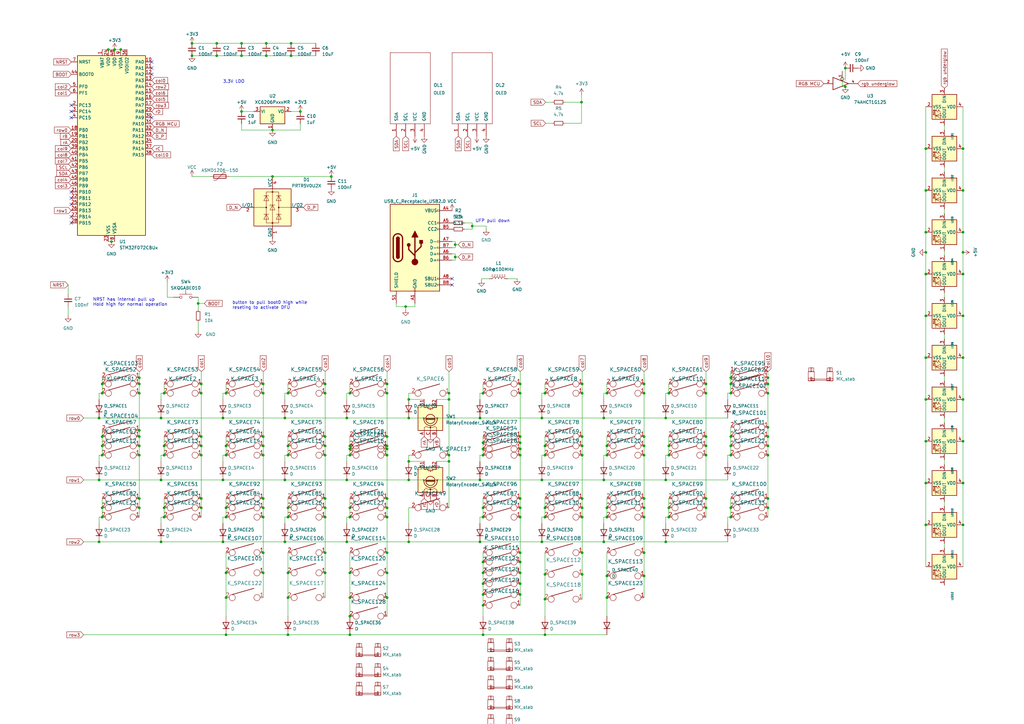
<source format=kicad_sch>
(kicad_sch (version 20230121) (generator eeschema)
  (paper "A3")
  (junction (at 158.75 208.28))
  (junction (at 82.55 186.69))
  (junction (at 91.44 171.45))
  (junction (at 299.72 212.09))
  (junction (at 143.51 161.29))
  (junction (at 289.56 204.47))
  (junction (at 40.64 222.25))
  (junction (at 111.76 72.39))
  (junction (at 167.64 196.85))
  (junction (at 264.16 161.29))
  (junction (at 193.675 92.71))
  (junction (at 198.12 260.35))
  (junction (at 238.76 186.69))
  (junction (at 238.76 226.695))
  (junction (at 57.15 204.47))
  (junction (at 57.15 176.53))
  (junction (at 264.16 182.88))
  (junction (at 314.96 186.69))
  (junction (at 198.12 208.28))
  (junction (at 186.69 105.41))
  (junction (at 264.16 236.22))
  (junction (at 289.56 186.69))
  (junction (at 198.12 243.84))
  (junction (at 143.51 234.95))
  (junction (at 78.74 22.86))
  (junction (at 67.31 161.29))
  (junction (at 167.64 222.25))
  (junction (at 107.95 182.88))
  (junction (at 223.52 182.88))
  (junction (at 92.71 208.28))
  (junction (at 299.72 179.07))
  (junction (at 379.73 198.12))
  (junction (at 158.75 161.29))
  (junction (at 44.45 20.32))
  (junction (at 186.69 100.33))
  (junction (at 158.75 212.09))
  (junction (at 57.15 157.48))
  (junction (at 143.51 182.88))
  (junction (at 41.91 212.09))
  (junction (at 238.76 182.88))
  (junction (at 123.19 45.72))
  (junction (at 41.91 161.29))
  (junction (at 158.75 245.11))
  (junction (at 394.97 60.96))
  (junction (at 49.53 20.32))
  (junction (at 82.55 157.48))
  (junction (at 41.91 182.88))
  (junction (at 274.32 208.28))
  (junction (at 109.22 22.86))
  (junction (at 314.96 154.94))
  (junction (at 133.35 182.88))
  (junction (at 57.15 161.29))
  (junction (at 133.35 157.48))
  (junction (at 66.04 171.45))
  (junction (at 158.75 184.15))
  (junction (at 46.99 20.32))
  (junction (at 107.95 179.07))
  (junction (at 107.95 161.29))
  (junction (at 66.04 196.85))
  (junction (at 273.05 171.45))
  (junction (at 264.16 204.47))
  (junction (at 213.36 184.15))
  (junction (at 143.51 184.15))
  (junction (at 143.51 245.11))
  (junction (at 289.56 157.48))
  (junction (at 116.84 171.45))
  (junction (at 346.71 27.94))
  (junction (at 379.73 163.83))
  (junction (at 213.36 204.47))
  (junction (at 107.95 212.09))
  (junction (at 198.12 248.285))
  (junction (at 379.73 112.395))
  (junction (at 248.92 236.22))
  (junction (at 92.71 260.35))
  (junction (at 133.35 204.47))
  (junction (at 274.32 212.09))
  (junction (at 118.11 182.88))
  (junction (at 82.55 208.28))
  (junction (at 238.76 179.07))
  (junction (at 45.72 99.06))
  (junction (at 158.75 179.07))
  (junction (at 88.9 17.78))
  (junction (at 133.35 161.29))
  (junction (at 67.31 186.69))
  (junction (at 158.75 157.48))
  (junction (at 379.73 78.105))
  (junction (at 41.91 208.28))
  (junction (at 314.96 161.29))
  (junction (at 116.84 196.85))
  (junction (at 133.35 186.69))
  (junction (at 167.64 189.23))
  (junction (at 198.12 239.395))
  (junction (at 222.25 196.85))
  (junction (at 394.97 215.265))
  (junction (at 198.12 230.505))
  (junction (at 66.04 222.25))
  (junction (at 379.73 60.96))
  (junction (at 107.95 186.69))
  (junction (at 57.15 186.69))
  (junction (at 143.51 260.35))
  (junction (at 299.72 186.69))
  (junction (at 196.85 196.85))
  (junction (at 238.76 204.47))
  (junction (at 223.52 260.35))
  (junction (at 299.72 157.48))
  (junction (at 379.73 215.265))
  (junction (at 41.91 186.69))
  (junction (at 198.12 181.61))
  (junction (at 57.15 154.94))
  (junction (at 223.52 212.09))
  (junction (at 133.35 226.695))
  (junction (at 264.16 179.07))
  (junction (at 264.16 226.695))
  (junction (at 379.73 146.685))
  (junction (at 99.06 17.78))
  (junction (at 223.52 235.585))
  (junction (at 314.96 179.07))
  (junction (at 143.51 252.73))
  (junction (at 82.55 182.88))
  (junction (at 118.11 212.09))
  (junction (at 158.75 226.695))
  (junction (at 99.06 45.72))
  (junction (at 158.75 186.69))
  (junction (at 133.35 208.28))
  (junction (at 274.32 182.88))
  (junction (at 118.11 161.29))
  (junction (at 264.16 157.48))
  (junction (at 238.76 235.585))
  (junction (at 82.55 161.29))
  (junction (at 184.15 161.29))
  (junction (at 213.36 212.09))
  (junction (at 111.76 53.34))
  (junction (at 158.75 234.95))
  (junction (at 247.65 196.85))
  (junction (at 222.25 171.45))
  (junction (at 143.51 212.09))
  (junction (at 143.51 186.69))
  (junction (at 92.71 161.29))
  (junction (at 213.36 186.69))
  (junction (at 248.92 245.11))
  (junction (at 142.24 222.25))
  (junction (at 314.96 157.48))
  (junction (at 118.11 260.35))
  (junction (at 198.12 184.15))
  (junction (at 57.15 179.07))
  (junction (at 289.56 182.88))
  (junction (at 67.31 208.28))
  (junction (at 92.71 234.95))
  (junction (at 223.52 208.28))
  (junction (at 213.36 181.61))
  (junction (at 299.72 154.94))
  (junction (at 40.64 171.45))
  (junction (at 118.11 234.95))
  (junction (at 213.36 230.505))
  (junction (at 158.75 204.47))
  (junction (at 119.38 22.86))
  (junction (at 213.36 157.48))
  (junction (at 57.15 182.88))
  (junction (at 213.36 208.28))
  (junction (at 184.15 186.69))
  (junction (at 273.05 196.85))
  (junction (at 135.89 72.39))
  (junction (at 82.55 179.07))
  (junction (at 394.97 180.975))
  (junction (at 379.73 103.505))
  (junction (at 118.11 208.28))
  (junction (at 167.64 171.45))
  (junction (at 142.24 196.85))
  (junction (at 57.15 208.28))
  (junction (at 41.91 179.07))
  (junction (at 394.97 198.12))
  (junction (at 238.76 208.28))
  (junction (at 107.95 234.95))
  (junction (at 299.72 182.88))
  (junction (at 394.97 129.54))
  (junction (at 198.12 212.09))
  (junction (at 248.92 212.09))
  (junction (at 289.56 179.07))
  (junction (at 264.16 212.09))
  (junction (at 289.56 208.28))
  (junction (at 223.52 186.69))
  (junction (at 88.9 22.86))
  (junction (at 196.85 171.45))
  (junction (at 299.72 161.29))
  (junction (at 346.71 35.56))
  (junction (at 92.71 245.11))
  (junction (at 379.73 129.54))
  (junction (at 91.44 196.85))
  (junction (at 67.31 212.09))
  (junction (at 394.97 146.685))
  (junction (at 196.85 222.25))
  (junction (at 198.12 234.95))
  (junction (at 142.24 171.45))
  (junction (at 143.51 208.28))
  (junction (at 314.96 204.47))
  (junction (at 184.15 163.83))
  (junction (at 198.12 161.29))
  (junction (at 92.71 182.88))
  (junction (at 41.91 157.48))
  (junction (at 81.28 124.46))
  (junction (at 107.95 157.48))
  (junction (at 158.75 182.88))
  (junction (at 213.36 179.07))
  (junction (at 99.06 22.86))
  (junction (at 109.22 17.78))
  (junction (at 92.71 212.09))
  (junction (at 394.97 112.395))
  (junction (at 166.37 125.73))
  (junction (at 238.506 41.91))
  (junction (at 213.36 239.395))
  (junction (at 119.38 17.78))
  (junction (at 394.97 163.83))
  (junction (at 40.64 196.85))
  (junction (at 118.11 186.69))
  (junction (at 213.36 243.84))
  (junction (at 223.52 245.745))
  (junction (at 118.11 245.11))
  (junction (at 198.12 186.69))
  (junction (at 394.97 103.505))
  (junction (at 314.96 208.28))
  (junction (at 184.15 189.23))
  (junction (at 314.96 182.88))
  (junction (at 248.92 186.69))
  (junction (at 67.31 182.88))
  (junction (at 238.76 212.09))
  (junction (at 379.73 180.975))
  (junction (at 107.95 226.695))
  (junction (at 248.92 182.88))
  (junction (at 133.35 212.09))
  (junction (at 379.73 95.25))
  (junction (at 91.44 222.25))
  (junction (at 78.74 17.78))
  (junction (at 248.92 161.29))
  (junction (at 248.92 208.28))
  (junction (at 238.76 157.48))
  (junction (at 274.32 186.69))
  (junction (at 133.35 234.95))
  (junction (at 107.95 204.47))
  (junction (at 222.25 222.25))
  (junction (at 107.95 208.28))
  (junction (at 133.35 179.07))
  (junction (at 264.16 186.69))
  (junction (at 273.05 222.25))
  (junction (at 213.36 234.95))
  (junction (at 247.65 171.45))
  (junction (at 92.71 186.69))
  (junction (at 274.32 161.29))
  (junction (at 394.97 95.25))
  (junction (at 116.84 222.25))
  (junction (at 213.36 161.29))
  (junction (at 394.97 78.105))
  (junction (at 82.55 204.47))
  (junction (at 264.16 208.28))
  (junction (at 213.36 226.695))
  (junction (at 238.76 161.29))
  (junction (at 299.72 208.28))
  (junction (at 247.65 222.25))
  (junction (at 223.52 161.29))
  (junction (at 167.64 163.83))
  (junction (at 289.56 161.29))
  (junction (at 314.96 175.26))
  (no_connect (at 29.21 88.9))
  (no_connect (at 29.21 81.28))
  (no_connect (at 185.42 116.84))
  (no_connect (at 29.21 43.18))
  (no_connect (at 29.21 78.74))
  (no_connect (at 29.21 45.72))
  (no_connect (at 62.23 48.26))
  (no_connect (at 62.23 27.94))
  (no_connect (at 185.42 114.3))
  (no_connect (at 62.23 25.4))
  (no_connect (at 62.23 30.48))
  (no_connect (at 29.21 91.44))
  (no_connect (at 29.21 48.26))
  (no_connect (at 29.21 83.82))
  (wire (pts (xy 119.38 45.72) (xy 123.19 45.72)))
  (wire (pts (xy 44.45 20.32) (xy 46.99 20.32)))
  (wire (pts (xy 213.36 208.28) (xy 213.36 212.09)))
  (wire (pts (xy 238.506 41.91) (xy 238.506 50.546)))
  (wire (pts (xy 223.52 235.585) (xy 223.52 245.745)))
  (wire (pts (xy 81.28 121.92) (xy 81.28 124.46)))
  (wire (pts (xy 196.85 161.29) (xy 196.85 163.83)))
  (wire (pts (xy 247.65 171.45) (xy 273.05 171.45)))
  (wire (pts (xy 379.73 112.395) (xy 379.73 129.54)))
  (wire (pts (xy 142.24 196.85) (xy 167.64 196.85)))
  (wire (pts (xy 109.22 22.86) (xy 119.38 22.86)))
  (wire (pts (xy 184.15 163.83) (xy 184.15 161.29)))
  (wire (pts (xy 82.55 208.28) (xy 82.55 204.47)))
  (wire (pts (xy 223.52 186.69) (xy 222.25 186.69)))
  (wire (pts (xy 57.15 182.88) (xy 57.15 179.07)))
  (wire (pts (xy 82.55 179.07) (xy 82.55 161.29)))
  (wire (pts (xy 222.25 161.29) (xy 222.25 163.83)))
  (wire (pts (xy 91.44 161.29) (xy 91.44 163.83)))
  (wire (pts (xy 91.44 222.25) (xy 116.84 222.25)))
  (wire (pts (xy 133.35 226.695) (xy 133.35 234.95)))
  (wire (pts (xy 193.675 92.71) (xy 193.675 91.44)))
  (wire (pts (xy 143.51 204.47) (xy 143.51 208.28)))
  (wire (pts (xy 158.75 182.88) (xy 158.75 184.15)))
  (wire (pts (xy 223.52 204.47) (xy 223.52 208.28)))
  (wire (pts (xy 143.51 260.35) (xy 198.12 260.35)))
  (wire (pts (xy 379.73 163.83) (xy 379.73 180.975)))
  (wire (pts (xy 45.72 99.06) (xy 46.99 99.06)))
  (wire (pts (xy 99.06 45.72) (xy 104.14 45.72)))
  (wire (pts (xy 314.96 179.07) (xy 314.96 175.26)))
  (wire (pts (xy 34.29 196.85) (xy 40.64 196.85)))
  (wire (pts (xy 167.64 186.69) (xy 167.64 189.23)))
  (wire (pts (xy 184.15 152.4) (xy 184.15 161.29)))
  (wire (pts (xy 238.506 38.862) (xy 238.506 41.91)))
  (wire (pts (xy 198.12 204.47) (xy 198.12 208.28)))
  (wire (pts (xy 298.45 212.09) (xy 298.45 214.63)))
  (wire (pts (xy 379.73 180.975) (xy 379.73 198.12)))
  (wire (pts (xy 66.04 212.09) (xy 66.04 214.63)))
  (wire (pts (xy 118.11 260.35) (xy 143.51 260.35)))
  (wire (pts (xy 118.11 186.69) (xy 116.84 186.69)))
  (wire (pts (xy 109.22 17.78) (xy 119.38 17.78)))
  (wire (pts (xy 247.65 186.69) (xy 247.65 189.23)))
  (wire (pts (xy 379.73 43.815) (xy 379.73 60.96)))
  (wire (pts (xy 66.04 171.45) (xy 91.44 171.45)))
  (wire (pts (xy 248.92 182.88) (xy 248.92 186.69)))
  (wire (pts (xy 298.45 161.29) (xy 298.45 163.83)))
  (wire (pts (xy 40.64 212.09) (xy 40.64 214.63)))
  (wire (pts (xy 158.75 208.28) (xy 158.75 204.47)))
  (wire (pts (xy 166.37 125.73) (xy 170.18 125.73)))
  (wire (pts (xy 92.71 186.69) (xy 91.44 186.69)))
  (wire (pts (xy 118.11 204.47) (xy 118.11 208.28)))
  (wire (pts (xy 314.96 204.47) (xy 314.96 186.69)))
  (wire (pts (xy 143.51 226.695) (xy 143.51 234.95)))
  (wire (pts (xy 118.11 212.09) (xy 116.84 212.09)))
  (wire (pts (xy 158.75 179.07) (xy 158.75 161.29)))
  (wire (pts (xy 116.84 196.85) (xy 142.24 196.85)))
  (wire (pts (xy 213.36 234.95) (xy 213.36 239.395)))
  (wire (pts (xy 133.35 212.09) (xy 133.35 226.695)))
  (wire (pts (xy 92.71 245.11) (xy 92.71 252.73)))
  (wire (pts (xy 167.64 222.25) (xy 196.85 222.25)))
  (wire (pts (xy 41.91 20.32) (xy 44.45 20.32)))
  (wire (pts (xy 387.35 120.015) (xy 387.35 121.92)))
  (wire (pts (xy 49.53 20.32) (xy 52.07 20.32)))
  (wire (pts (xy 379.73 215.265) (xy 379.73 232.41)))
  (wire (pts (xy 67.31 204.47) (xy 67.31 208.28)))
  (wire (pts (xy 223.52 161.29) (xy 222.25 161.29)))
  (wire (pts (xy 57.15 204.47) (xy 57.15 208.28)))
  (wire (pts (xy 82.55 152.4) (xy 82.55 157.48)))
  (wire (pts (xy 299.72 208.28) (xy 299.72 212.09)))
  (wire (pts (xy 119.38 22.86) (xy 129.54 22.86)))
  (wire (pts (xy 379.73 95.25) (xy 379.73 103.505)))
  (wire (pts (xy 248.92 204.47) (xy 248.92 208.28)))
  (wire (pts (xy 82.55 204.47) (xy 82.55 186.69)))
  (wire (pts (xy 264.16 179.07) (xy 264.16 161.29)))
  (wire (pts (xy 123.19 50.8) (xy 123.19 53.34)))
  (wire (pts (xy 81.28 132.08) (xy 81.28 135.89)))
  (wire (pts (xy 238.76 161.29) (xy 238.76 179.07)))
  (wire (pts (xy 238.76 157.48) (xy 238.76 161.29)))
  (wire (pts (xy 107.95 234.95) (xy 107.95 245.11)))
  (wire (pts (xy 67.31 186.69) (xy 66.04 186.69)))
  (wire (pts (xy 223.52 226.695) (xy 223.52 235.585)))
  (wire (pts (xy 394.97 103.505) (xy 394.97 112.395)))
  (wire (pts (xy 198.12 230.505) (xy 198.12 234.95)))
  (wire (pts (xy 40.64 171.45) (xy 66.04 171.45)))
  (wire (pts (xy 387.35 154.305) (xy 387.35 156.21)))
  (wire (pts (xy 88.9 17.78) (xy 99.06 17.78)))
  (wire (pts (xy 387.35 222.885) (xy 387.35 224.79)))
  (wire (pts (xy 78.74 22.86) (xy 88.9 22.86)))
  (wire (pts (xy 158.75 186.69) (xy 158.75 184.15)))
  (wire (pts (xy 289.56 208.28) (xy 289.56 204.47)))
  (wire (pts (xy 67.31 182.88) (xy 67.31 186.69)))
  (wire (pts (xy 314.96 186.69) (xy 314.96 182.88)))
  (wire (pts (xy 248.92 157.48) (xy 248.92 161.29)))
  (wire (pts (xy 198.12 181.61) (xy 198.12 184.15)))
  (wire (pts (xy 111.76 72.39) (xy 135.89 72.39)))
  (wire (pts (xy 57.15 208.28) (xy 57.15 212.09)))
  (wire (pts (xy 67.31 179.07) (xy 67.31 182.88)))
  (wire (pts (xy 223.52 208.28) (xy 223.52 212.09)))
  (wire (pts (xy 273.05 186.69) (xy 273.05 189.23)))
  (wire (pts (xy 222.25 196.85) (xy 247.65 196.85)))
  (wire (pts (xy 34.29 222.25) (xy 40.64 222.25)))
  (wire (pts (xy 78.74 72.39) (xy 86.36 72.39)))
  (wire (pts (xy 314.96 154.94) (xy 314.96 157.48)))
  (wire (pts (xy 186.69 106.68) (xy 186.69 105.41)))
  (wire (pts (xy 248.92 186.69) (xy 247.65 186.69)))
  (wire (pts (xy 394.97 60.96) (xy 394.97 78.105)))
  (wire (pts (xy 314.96 182.88) (xy 314.96 179.07)))
  (wire (pts (xy 223.52 182.88) (xy 223.52 186.69)))
  (wire (pts (xy 264.16 186.69) (xy 264.16 182.88)))
  (wire (pts (xy 314.96 212.09) (xy 314.96 208.28)))
  (wire (pts (xy 133.35 204.47) (xy 133.35 186.69)))
  (wire (pts (xy 167.64 208.28) (xy 167.64 214.63)))
  (wire (pts (xy 274.32 212.09) (xy 273.05 212.09)))
  (wire (pts (xy 107.95 182.88) (xy 107.95 179.07)))
  (wire (pts (xy 168.91 186.69) (xy 167.64 186.69)))
  (wire (pts (xy 107.95 204.47) (xy 107.95 186.69)))
  (wire (pts (xy 167.64 161.29) (xy 167.64 163.83)))
  (wire (pts (xy 213.36 181.61) (xy 213.36 184.15)))
  (wire (pts (xy 198.12 179.07) (xy 198.12 181.61)))
  (wire (pts (xy 107.95 212.09) (xy 107.95 226.695)))
  (wire (pts (xy 289.56 182.88) (xy 289.56 179.07)))
  (wire (pts (xy 394.97 95.25) (xy 394.97 103.505)))
  (wire (pts (xy 387.35 85.725) (xy 387.35 87.63)))
  (wire (pts (xy 186.69 105.41) (xy 187.96 105.41)))
  (wire (pts (xy 299.72 212.09) (xy 298.45 212.09)))
  (wire (pts (xy 379.73 146.685) (xy 379.73 163.83)))
  (wire (pts (xy 238.76 226.695) (xy 238.76 235.585)))
  (wire (pts (xy 264.16 182.88) (xy 264.16 179.07)))
  (wire (pts (xy 118.11 161.29) (xy 116.84 161.29)))
  (wire (pts (xy 273.05 171.45) (xy 298.45 171.45)))
  (wire (pts (xy 158.75 234.95) (xy 158.75 245.11)))
  (wire (pts (xy 143.51 208.28) (xy 143.51 212.09)))
  (wire (pts (xy 264.16 208.28) (xy 264.16 204.47)))
  (wire (pts (xy 264.16 212.09) (xy 264.16 208.28)))
  (wire (pts (xy 143.51 157.48) (xy 143.51 161.29)))
  (wire (pts (xy 394.97 163.83) (xy 394.97 180.975)))
  (wire (pts (xy 231.648 50.546) (xy 238.506 50.546)))
  (wire (pts (xy 198.12 234.95) (xy 198.12 239.395)))
  (wire (pts (xy 162.56 124.46) (xy 162.56 125.73)))
  (wire (pts (xy 299.72 175.26) (xy 299.72 179.07)))
  (wire (pts (xy 185.42 101.6) (xy 186.69 101.6)))
  (wire (pts (xy 107.95 212.09) (xy 107.95 208.28)))
  (wire (pts (xy 82.55 182.88) (xy 82.55 179.07)))
  (wire (pts (xy 167.64 208.28) (xy 168.91 208.28)))
  (wire (pts (xy 67.31 208.28) (xy 67.31 212.09)))
  (wire (pts (xy 274.32 179.07) (xy 274.32 182.88)))
  (wire (pts (xy 186.69 100.33) (xy 186.69 101.6)))
  (wire (pts (xy 107.95 157.48) (xy 107.95 161.29)))
  (wire (pts (xy 186.69 99.06) (xy 186.69 100.33)))
  (wire (pts (xy 57.15 179.07) (xy 57.15 176.53)))
  (wire (pts (xy 274.32 204.47) (xy 274.32 208.28)))
  (wire (pts (xy 27.94 125.73) (xy 27.94 129.54)))
  (wire (pts (xy 82.55 212.09) (xy 82.55 208.28)))
  (wire (pts (xy 314.96 152.4) (xy 314.96 154.94)))
  (wire (pts (xy 223.52 157.48) (xy 223.52 161.29)))
  (wire (pts (xy 184.15 163.83) (xy 184.15 186.69)))
  (wire (pts (xy 248.92 245.11) (xy 248.92 252.73)))
  (wire (pts (xy 66.04 222.25) (xy 91.44 222.25)))
  (wire (pts (xy 88.9 22.86) (xy 99.06 22.86)))
  (wire (pts (xy 99.06 17.78) (xy 109.22 17.78)))
  (wire (pts (xy 196.85 186.69) (xy 196.85 189.23)))
  (wire (pts (xy 78.74 17.78) (xy 88.9 17.78)))
  (wire (pts (xy 116.84 171.45) (xy 142.24 171.45)))
  (wire (pts (xy 68.58 115.57) (xy 68.58 121.92)))
  (wire (pts (xy 238.76 182.88) (xy 238.76 186.69)))
  (wire (pts (xy 193.675 93.98) (xy 193.675 92.71)))
  (wire (pts (xy 57.15 176.53) (xy 57.15 161.29)))
  (wire (pts (xy 223.52 179.07) (xy 223.52 182.88)))
  (wire (pts (xy 158.75 204.47) (xy 158.75 186.69)))
  (wire (pts (xy 213.36 230.505) (xy 213.36 234.95)))
  (wire (pts (xy 223.52 245.745) (xy 223.52 252.73)))
  (wire (pts (xy 116.84 212.09) (xy 116.84 214.63)))
  (wire (pts (xy 142.24 161.29) (xy 142.24 163.83)))
  (wire (pts (xy 99.06 50.8) (xy 99.06 53.34)))
  (wire (pts (xy 387.35 68.58) (xy 387.35 70.485)))
  (wire (pts (xy 142.24 222.25) (xy 167.64 222.25)))
  (wire (pts (xy 118.11 179.07) (xy 118.11 182.88)))
  (wire (pts (xy 264.16 152.4) (xy 264.16 157.48)))
  (wire (pts (xy 314.96 208.28) (xy 314.96 204.47)))
  (wire (pts (xy 289.56 179.07) (xy 289.56 161.29)))
  (wire (pts (xy 118.11 182.88) (xy 118.11 186.69)))
  (wire (pts (xy 41.91 154.94) (xy 41.91 157.48)))
  (wire (pts (xy 34.29 260.35) (xy 92.71 260.35)))
  (wire (pts (xy 299.72 179.07) (xy 299.72 182.88)))
  (wire (pts (xy 57.15 186.69) (xy 57.15 204.47)))
  (wire (pts (xy 346.71 35.56) (xy 345.44 35.56)))
  (wire (pts (xy 68.58 121.92) (xy 71.12 121.92)))
  (wire (pts (xy 143.51 234.95) (xy 143.51 245.11)))
  (wire (pts (xy 238.76 204.47) (xy 238.76 208.28)))
  (wire (pts (xy 222.25 186.69) (xy 222.25 189.23)))
  (wire (pts (xy 133.35 234.95) (xy 133.35 245.11)))
  (wire (pts (xy 298.45 186.69) (xy 298.45 189.23)))
  (wire (pts (xy 57.15 157.48) (xy 57.15 161.29)))
  (wire (pts (xy 274.32 161.29) (xy 273.05 161.29)))
  (wire (pts (xy 41.91 179.07) (xy 41.91 182.88)))
  (wire (pts (xy 222.25 171.45) (xy 247.65 171.45)))
  (wire (pts (xy 166.37 127) (xy 166.37 125.73)))
  (wire (pts (xy 158.75 245.11) (xy 158.75 252.73)))
  (wire (pts (xy 198.12 226.695) (xy 198.12 230.505)))
  (wire (pts (xy 92.71 182.88) (xy 92.71 186.69)))
  (wire (pts (xy 133.35 179.07) (xy 133.35 161.29)))
  (wire (pts (xy 41.91 186.69) (xy 40.64 186.69)))
  (wire (pts (xy 198.12 157.48) (xy 198.12 161.29)))
  (wire (pts (xy 67.31 161.29) (xy 66.04 161.29)))
  (wire (pts (xy 198.12 260.35) (xy 223.52 260.35)))
  (wire (pts (xy 198.12 184.15) (xy 198.12 186.69)))
  (wire (pts (xy 91.44 212.09) (xy 91.44 214.63)))
  (wire (pts (xy 213.36 186.69) (xy 213.36 184.15)))
  (wire (pts (xy 231.648 41.91) (xy 238.506 41.91)))
  (wire (pts (xy 198.12 239.395) (xy 198.12 243.84)))
  (wire (pts (xy 222.25 222.25) (xy 247.65 222.25)))
  (wire (pts (xy 299.72 186.69) (xy 298.45 186.69)))
  (wire (pts (xy 196.85 196.85) (xy 222.25 196.85)))
  (wire (pts (xy 92.71 234.95) (xy 92.71 245.11)))
  (wire (pts (xy 158.75 212.09) (xy 158.75 226.695)))
  (wire (pts (xy 196.85 222.25) (xy 222.25 222.25)))
  (wire (pts (xy 67.31 157.48) (xy 67.31 161.29)))
  (wire (pts (xy 394.97 129.54) (xy 394.97 146.685)))
  (wire (pts (xy 167.64 189.23) (xy 173.99 189.23)))
  (wire (pts (xy 213.36 239.395) (xy 213.36 243.84)))
  (wire (pts (xy 196.85 171.45) (xy 222.25 171.45)))
  (wire (pts (xy 273.05 212.09) (xy 273.05 214.63)))
  (wire (pts (xy 264.16 226.695) (xy 264.16 236.22)))
  (wire (pts (xy 81.28 124.46) (xy 83.82 124.46)))
  (wire (pts (xy 289.56 152.4) (xy 289.56 157.48)))
  (wire (pts (xy 91.44 186.69) (xy 91.44 189.23)))
  (wire (pts (xy 92.71 212.09) (xy 91.44 212.09)))
  (wire (pts (xy 213.36 186.69) (xy 213.36 204.47)))
  (wire (pts (xy 212.09 114.3) (xy 208.28 114.3)))
  (wire (pts (xy 41.91 208.28) (xy 41.91 212.09)))
  (wire (pts (xy 222.25 212.09) (xy 222.25 214.63)))
  (wire (pts (xy 116.84 161.29) (xy 116.84 163.83)))
  (wire (pts (xy 345.44 35.56) (xy 345.44 29.21)))
  (wire (pts (xy 248.92 236.22) (xy 248.92 245.11)))
  (wire (pts (xy 158.75 226.695) (xy 158.75 234.95)))
  (wire (pts (xy 394.97 146.685) (xy 394.97 163.83)))
  (wire (pts (xy 274.32 157.48) (xy 274.32 161.29)))
  (wire (pts (xy 133.35 152.4) (xy 133.35 157.48)))
  (wire (pts (xy 196.85 212.09) (xy 196.85 214.63)))
  (wire (pts (xy 213.36 179.07) (xy 213.36 161.29)))
  (wire (pts (xy 238.76 186.69) (xy 238.76 204.47)))
  (wire (pts (xy 46.99 20.32) (xy 49.53 20.32)))
  (wire (pts (xy 57.15 154.94) (xy 57.15 157.48)))
  (wire (pts (xy 299.72 154.94) (xy 299.72 157.48)))
  (wire (pts (xy 184.15 189.23) (xy 184.15 186.69)))
  (wire (pts (xy 44.45 99.06) (xy 45.72 99.06)))
  (wire (pts (xy 299.72 182.88) (xy 299.72 186.69)))
  (wire (pts (xy 41.91 212.09) (xy 40.64 212.09)))
  (wire (pts (xy 92.71 208.28) (xy 92.71 212.09)))
  (wire (pts (xy 91.44 196.85) (xy 116.84 196.85)))
  (wire (pts (xy 247.65 222.25) (xy 273.05 222.25)))
  (wire (pts (xy 107.95 208.28) (xy 107.95 204.47)))
  (wire (pts (xy 199.39 92.71) (xy 199.39 93.98)))
  (wire (pts (xy 248.92 226.695) (xy 248.92 236.22)))
  (wire (pts (xy 223.774 41.91) (xy 226.568 41.91)))
  (wire (pts (xy 40.64 222.25) (xy 66.04 222.25)))
  (wire (pts (xy 314.96 175.26) (xy 314.96 161.29)))
  (wire (pts (xy 198.12 208.28) (xy 198.12 212.09)))
  (wire (pts (xy 213.36 157.48) (xy 213.36 161.29)))
  (wire (pts (xy 40.64 161.29) (xy 40.64 163.83)))
  (wire (pts (xy 387.35 102.87) (xy 387.35 104.775)))
  (wire (pts (xy 41.91 176.53) (xy 41.91 179.07)))
  (wire (pts (xy 133.35 157.48) (xy 133.35 161.29)))
  (wire (pts (xy 387.35 205.74) (xy 387.35 207.645)))
  (wire (pts (xy 186.69 104.14) (xy 186.69 105.41)))
  (wire (pts (xy 379.73 198.12) (xy 379.73 215.265)))
  (wire (pts (xy 387.35 51.435) (xy 387.35 53.34)))
  (wire (pts (xy 274.32 208.28) (xy 274.32 212.09)))
  (wire (pts (xy 190.5 91.44) (xy 193.675 91.44)))
  (wire (pts (xy 394.97 198.12) (xy 394.97 215.265)))
  (wire (pts (xy 93.98 72.39) (xy 111.76 72.39)))
  (wire (pts (xy 118.11 157.48) (xy 118.11 161.29)))
  (wire (pts (xy 118.11 226.695) (xy 118.11 234.95)))
  (wire (pts (xy 238.76 179.07) (xy 238.76 182.88)))
  (wire (pts (xy 394.97 43.815) (xy 394.97 60.96)))
  (wire (pts (xy 185.42 99.06) (xy 186.69 99.06)))
  (wire (pts (xy 99.06 22.86) (xy 109.22 22.86)))
  (wire (pts (xy 107.95 226.695) (xy 107.95 234.95)))
  (wire (pts (xy 92.71 226.695) (xy 92.71 234.95)))
  (wire (pts (xy 299.72 157.48) (xy 299.72 161.29)))
  (wire (pts (xy 119.38 17.78) (xy 129.54 17.78)))
  (wire (pts (xy 81.28 124.46) (xy 81.28 127)))
  (wire (pts (xy 223.774 50.546) (xy 226.568 50.546)))
  (wire (pts (xy 198.12 243.84) (xy 198.12 248.285)))
  (wire (pts (xy 116.84 186.69) (xy 116.84 189.23)))
  (wire (pts (xy 238.76 235.585) (xy 238.76 245.745)))
  (wire (pts (xy 274.32 186.69) (xy 273.05 186.69)))
  (wire (pts (xy 41.91 182.88) (xy 41.91 186.69)))
  (wire (pts (xy 82.55 186.69) (xy 82.55 182.88)))
  (wire (pts (xy 143.51 186.69) (xy 142.24 186.69)))
  (wire (pts (xy 167.64 163.83) (xy 173.99 163.83)))
  (wire (pts (xy 248.92 179.07) (xy 248.92 182.88)))
  (wire (pts (xy 143.51 182.88) (xy 143.51 184.15)))
  (wire (pts (xy 34.29 171.45) (xy 40.64 171.45)))
  (wire (pts (xy 223.52 260.35) (xy 248.92 260.35)))
  (wire (pts (xy 198.12 161.29) (xy 196.85 161.29)))
  (wire (pts (xy 394.97 112.395) (xy 394.97 129.54)))
  (wire (pts (xy 299.72 161.29) (xy 298.45 161.29)))
  (wire (pts (xy 116.84 222.25) (xy 142.24 222.25)))
  (wire (pts (xy 289.56 157.48) (xy 289.56 161.29)))
  (wire (pts (xy 168.91 161.29) (xy 167.64 161.29)))
  (wire (pts (xy 394.97 78.105) (xy 394.97 95.25)))
  (wire (pts (xy 185.42 104.14) (xy 186.69 104.14)))
  (wire (pts (xy 264.16 236.22) (xy 264.16 245.11)))
  (wire (pts (xy 143.51 179.07) (xy 143.51 182.88)))
  (wire (pts (xy 289.56 186.69) (xy 289.56 182.88)))
  (wire (pts (xy 143.51 184.15) (xy 143.51 186.69)))
  (wire (pts (xy 118.11 245.11) (xy 118.11 252.73)))
  (wire (pts (xy 162.56 125.73) (xy 166.37 125.73)))
  (wire (pts (xy 273.05 161.29) (xy 273.05 163.83)))
  (wire (pts (xy 40.64 186.69) (xy 40.64 189.23)))
  (wire (pts (xy 91.44 171.45) (xy 116.84 171.45)))
  (wire (pts (xy 158.75 152.4) (xy 158.75 157.48)))
  (wire (pts (xy 92.71 204.47) (xy 92.71 208.28)))
  (wire (pts (xy 274.32 182.88) (xy 274.32 186.69)))
  (wire (pts (xy 133.35 182.88) (xy 133.35 179.07)))
  (wire (pts (xy 143.51 212.09) (xy 142.24 212.09)))
  (wire (pts (xy 92.71 260.35) (xy 118.11 260.35)))
  (wire (pts (xy 179.07 163.83) (xy 184.15 163.83)))
  (wire (pts (xy 107.95 152.4) (xy 107.95 157.48)))
  (wire (pts (xy 379.73 129.54) (xy 379.73 146.685)))
  (wire (pts (xy 99.06 53.34) (xy 111.76 53.34)))
  (wire (pts (xy 133.35 208.28) (xy 133.35 204.47)))
  (wire (pts (xy 158.75 212.09) (xy 158.75 208.28)))
  (wire (pts (xy 190.5 93.98) (xy 193.675 93.98)))
  (wire (pts (xy 198.12 186.69) (xy 196.85 186.69)))
  (wire (pts (xy 198.12 212.09) (xy 196.85 212.09)))
  (wire (pts (xy 379.73 78.105) (xy 379.73 95.25)))
  (wire (pts (xy 193.675 92.71) (xy 199.39 92.71)))
  (wire (pts (xy 213.36 243.84) (xy 213.36 248.285)))
  (wire (pts (xy 198.12 248.285) (xy 198.12 252.73)))
  (wire (pts (xy 107.95 186.69) (xy 107.95 182.88)))
  (wire (pts (xy 57.15 152.4) (xy 57.15 154.94)))
  (wire (pts (xy 133.35 212.09) (xy 133.35 208.28)))
  (wire (pts (xy 273.05 222.25) (xy 298.45 222.25)))
  (wire (pts (xy 264.16 204.47) (xy 264.16 186.69)))
  (wire (pts (xy 387.35 137.16) (xy 387.35 139.065)))
  (wire (pts (xy 248.92 208.28) (xy 248.92 212.09)))
  (wire (pts (xy 213.36 204.47) (xy 213.36 208.28)))
  (wire (pts (xy 213.36 152.4) (xy 213.36 157.48)))
  (wire (pts (xy 299.72 204.47) (xy 299.72 208.28)))
  (wire (pts (xy 118.11 208.28) (xy 118.11 212.09)))
  (wire (pts (xy 289.56 204.47) (xy 289.56 186.69)))
  (wire (pts (xy 213.36 226.695) (xy 213.36 230.505)))
  (wire (pts (xy 379.73 103.505) (xy 379.73 112.395)))
  (wire (pts (xy 213.36 212.09) (xy 213.36 226.695)))
  (wire (pts (xy 57.15 186.69) (xy 57.15 182.88)))
  (wire (pts (xy 314.96 157.48) (xy 314.96 161.29)))
  (wire (pts (xy 107.95 179.07) (xy 107.95 161.29)))
  (wire (pts (xy 133.35 186.69) (xy 133.35 182.88)))
  (wire (pts (xy 92.71 161.29) (xy 91.44 161.29)))
  (wire (pts (xy 346.71 27.94) (xy 346.71 33.02)))
  (wire (pts (xy 213.36 179.07) (xy 213.36 181.61)))
  (wire (pts (xy 82.55 157.48) (xy 82.55 161.29)))
  (wire (pts (xy 66.04 161.29) (xy 66.04 163.83)))
  (wire (pts (xy 185.42 106.68) (xy 186.69 106.68)))
  (wire (pts (xy 248.92 212.09) (xy 247.65 212.09)))
  (wire (pts (xy 167.64 171.45) (xy 196.85 171.45)))
  (wire (pts (xy 264.16 212.09) (xy 264.16 226.695)))
  (wire (pts (xy 223.52 212.09) (xy 222.25 212.09)))
  (wire (pts (xy 66.04 196.85) (xy 91.44 196.85)))
  (wire (pts (xy 167.64 196.85) (xy 196.85 196.85)))
  (wire (pts (xy 238.76 152.4) (xy 238.76 157.48)))
  (wire (pts (xy 118.11 234.95) (xy 118.11 245.11)))
  (wire (pts (xy 143.51 245.11) (xy 143.51 252.73)))
  (wire (pts (xy 186.69 100.33) (xy 187.96 100.33)))
  (wire (pts (xy 247.65 196.85) (xy 273.05 196.85)))
  (wire (pts (xy 197.485 114.935) (xy 197.485 114.3)))
  (wire (pts (xy 379.73 60.96) (xy 379.73 78.105)))
  (wire (pts (xy 41.91 157.48) (xy 41.91 161.29)))
  (wire (pts (xy 248.92 161.29) (xy 247.65 161.29)))
  (wire (pts (xy 264.16 157.48) (xy 264.16 161.29)))
  (wire (pts (xy 394.97 215.265) (xy 394.97 232.41)))
  (wire (pts (xy 143.51 161.29) (xy 142.24 161.29)))
  (wire (pts (xy 179.07 189.23) (xy 184.15 189.23)))
  (wire (pts (xy 41.91 204.47) (xy 41.91 208.28)))
  (wire (pts (xy 41.91 161.29) (xy 40.64 161.29)))
  (wire (pts (xy 92.71 179.07) (xy 92.71 182.88)))
  (wire (pts (xy 27.94 116.84) (xy 27.94 120.65)))
  (wire (pts (xy 247.65 161.29) (xy 247.65 163.83)))
  (wire (pts (xy 273.05 196.85) (xy 298.45 196.85)))
  (wire (pts (xy 197.485 114.3) (xy 200.66 114.3)))
  (wire (pts (xy 238.76 212.09) (xy 238.76 226.695)))
  (wire (pts (xy 394.97 180.975) (xy 394.97 198.12)))
  (wire (pts (xy 40.64 196.85) (xy 66.04 196.85)))
  (wire (pts (xy 158.75 157.48) (xy 158.75 161.29)))
  (wire (pts (xy 142.24 186.69) (xy 142.24 189.23)))
  (wire (pts (xy 158.75 179.07) (xy 158.75 182.88)))
  (wire (pts (xy 67.31 212.09) (xy 66.04 212.09)))
  (wire (pts (xy 387.35 188.595) (xy 387.35 190.5)))
  (wire (pts (xy 247.65 212.09) (xy 247.65 214.63)))
  (wire (pts (xy 142.24 212.09) (xy 142.24 214.63)))
  (wire (pts (xy 92.71 157.48) (xy 92.71 161.29)))
  (wire (pts (xy 387.35 171.45) (xy 387.35 173.355)))
  (wire (pts (xy 111.76 53.34) (xy 123.19 53.34)))
  (wire (pts (xy 289.56 212.09) (xy 289.56 208.28)))
  (wire (pts (xy 142.24 171.45) (xy 167.64 171.45)))
  (wire (pts (xy 184.15 189.23) (xy 184.15 208.28)))
  (wire (pts (xy 66.04 186.69) (xy 66.04 189.23)))
  (wire (pts (xy 299.72 152.4) (xy 299.72 154.94)))
  (wire (pts (xy 238.76 208.28) (xy 238.76 212.09)))
  (wire (pts (xy 170.18 125.73) (xy 170.18 124.46)))
  (text "button to pull boot0 high while \nreseting to activate DFU" (at 95.25 127 0) (effects (font (size 1.27 1.27)) (justify left bottom)))
  (text "3.3V LDO" (at 91.44 34.29 0) (effects (font (size 1.27 1.27)) (justify left bottom)))
  (text "UFP pull down" (at 194.945 91.44 0) (effects (font (size 1.27 1.27)) (justify left bottom)))
  (text "NRST has internal pull up\nHold high for normal operation" (at 38.1 125.73 0) (effects (font (size 1.27 1.27)) (justify left bottom)))
  (global_label "row1" (shape input) (at 34.29 196.85 180) (property "Intersheetrefs" "${INTERSHEET_REFS}" (effects hide)))
  (global_label "col6" (shape input) (at 213.36 152.4 90) (property "Intersheetrefs" "${INTERSHEET_REFS}" (effects hide)))
  (global_label "col10" (shape input) (at 314.96 152.4 90) (property "Intersheetrefs" "${INTERSHEET_REFS}" (effects hide)))
  (global_label "col4" (shape input) (at 158.75 152.4 90) (property "Intersheetrefs" "${INTERSHEET_REFS}" (effects hide)))
  (global_label "rC" (shape input) (at 173.99 204.47 270) (property "Intersheetrefs" "${INTERSHEET_REFS}" (effects hide)))
  (global_label "rgb underglow" (shape input) (at 387.35 36.195 90) (property "Intersheetrefs" "${INTERSHEET_REFS}" (effects hide)))
  (global_label "D_N" (shape input) (at 99.06 85.09 180) (property "Intersheetrefs" "${INTERSHEET_REFS}" (effects hide)))
  (global_label "col10" (shape input) (at 62.23 63.5 0) (property "Intersheetrefs" "${INTERSHEET_REFS}" (effects hide)))
  (global_label "col7" (shape input) (at 29.21 66.04 180) (property "Intersheetrefs" "${INTERSHEET_REFS}" (effects hide)))
  (global_label "col0" (shape input) (at 62.23 33.02 0) (property "Intersheetrefs" "${INTERSHEET_REFS}" (effects hide)))
  (global_label "BOOT" (shape input) (at 29.21 30.48 180) (property "Intersheetrefs" "${INTERSHEET_REFS}" (effects hide)))
  (global_label "SCL" (shape input) (at 191.77 55.88 270) (property "Intersheetrefs" "${INTERSHEET_REFS}" (effects hide)))
  (global_label "rgb underglow" (shape input) (at 351.79 34.29 0) (property "Intersheetrefs" "${INTERSHEET_REFS}" (effects hide)))
  (global_label "SDA" (shape input) (at 29.21 71.12 180) (property "Intersheetrefs" "${INTERSHEET_REFS}" (effects hide)))
  (global_label "col1" (shape input) (at 82.55 152.4 90) (property "Intersheetrefs" "${INTERSHEET_REFS}" (effects hide)))
  (global_label "col9" (shape input) (at 29.21 60.96 180) (property "Intersheetrefs" "${INTERSHEET_REFS}" (effects hide)))
  (global_label "SCL" (shape input) (at 223.774 50.546 180) (property "Intersheetrefs" "${INTERSHEET_REFS}" (effects hide)))
  (global_label "rB" (shape input) (at 29.21 55.88 180) (property "Intersheetrefs" "${INTERSHEET_REFS}" (effects hide)))
  (global_label "col1" (shape input) (at 29.21 38.1 180) (property "Intersheetrefs" "${INTERSHEET_REFS}" (effects hide)))
  (global_label "rC" (shape input) (at 62.23 60.96 0) (property "Intersheetrefs" "${INTERSHEET_REFS}" (effects hide)))
  (global_label "row3" (shape input) (at 62.23 43.18 0) (property "Intersheetrefs" "${INTERSHEET_REFS}" (effects hide)))
  (global_label "col2" (shape input) (at 107.95 152.4 90) (property "Intersheetrefs" "${INTERSHEET_REFS}" (effects hide)))
  (global_label "col3" (shape input) (at 29.21 76.2 180) (property "Intersheetrefs" "${INTERSHEET_REFS}" (effects hide)))
  (global_label "D_P" (shape input) (at 124.46 85.09 0) (property "Intersheetrefs" "${INTERSHEET_REFS}" (effects hide)))
  (global_label "RGB MCU" (shape input) (at 337.82 34.29 180) (property "Intersheetrefs" "${INTERSHEET_REFS}" (effects hide)))
  (global_label "NRST" (shape input) (at 27.94 116.84 180) (property "Intersheetrefs" "${INTERSHEET_REFS}" (effects hide)))
  (global_label "col8" (shape input) (at 264.16 152.4 90) (property "Intersheetrefs" "${INTERSHEET_REFS}" (effects hide)))
  (global_label "row1" (shape input) (at 29.21 86.36 180) (property "Intersheetrefs" "${INTERSHEET_REFS}" (effects hide)))
  (global_label "rD" (shape input) (at 62.23 45.72 0) (property "Intersheetrefs" "${INTERSHEET_REFS}" (effects hide)))
  (global_label "rA" (shape input) (at 173.99 179.07 270) (property "Intersheetrefs" "${INTERSHEET_REFS}" (effects hide)))
  (global_label "SCL" (shape input) (at 29.21 68.58 180) (property "Intersheetrefs" "${INTERSHEET_REFS}" (effects hide)))
  (global_label "col2" (shape input) (at 29.21 35.56 180) (property "Intersheetrefs" "${INTERSHEET_REFS}" (effects hide)))
  (global_label "col9" (shape input) (at 289.56 152.4 90) (property "Intersheetrefs" "${INTERSHEET_REFS}" (effects hide)))
  (global_label "row0" (shape input) (at 34.29 171.45 180) (property "Intersheetrefs" "${INTERSHEET_REFS}" (effects hide)))
  (global_label "col7" (shape input) (at 238.76 152.4 90) (property "Intersheetrefs" "${INTERSHEET_REFS}" (effects hide)))
  (global_label "D_N" (shape input) (at 62.23 53.34 0) (property "Intersheetrefs" "${INTERSHEET_REFS}" (effects hide)))
  (global_label "col5" (shape input) (at 62.23 40.64 0) (property "Intersheetrefs" "${INTERSHEET_REFS}" (effects hide)))
  (global_label "SCL" (shape input) (at 166.37 55.88 270) (property "Intersheetrefs" "${INTERSHEET_REFS}" (effects hide)))
  (global_label "rD" (shape input) (at 179.07 204.47 270) (property "Intersheetrefs" "${INTERSHEET_REFS}" (effects hide)))
  (global_label "col6" (shape input) (at 62.23 38.1 0) (property "Intersheetrefs" "${INTERSHEET_REFS}" (effects hide)))
  (global_label "row2" (shape input) (at 62.23 35.56 0) (property "Intersheetrefs" "${INTERSHEET_REFS}" (effects hide)))
  (global_label "col4" (shape input) (at 29.21 73.66 180) (property "Intersheetrefs" "${INTERSHEET_REFS}" (effects hide)))
  (global_label "col3" (shape input) (at 133.35 152.4 90) (property "Intersheetrefs" "${INTERSHEET_REFS}" (effects hide)))
  (global_label "RGB MCU" (shape input) (at 62.23 50.8 0) (property "Intersheetrefs" "${INTERSHEET_REFS}" (effects hide)))
  (global_label "row3" (shape input) (at 34.29 260.35 180) (property "Intersheetrefs" "${INTERSHEET_REFS}" (effects hide)))
  (global_label "D_P" (shape input) (at 187.96 105.41 0) (property "Intersheetrefs" "${INTERSHEET_REFS}" (effects hide)))
  (global_label "rA" (shape input) (at 29.21 58.42 180) (property "Intersheetrefs" "${INTERSHEET_REFS}" (effects hide)))
  (global_label "SDA" (shape input) (at 187.96 55.88 270) (property "Intersheetrefs" "${INTERSHEET_REFS}" (effects hide)))
  (global_label "row2" (shape input) (at 34.29 222.25 180) (property "Intersheetrefs" "${INTERSHEET_REFS}" (effects hide)))
  (global_label "col8" (shape input) (at 29.21 63.5 180) (property "Intersheetrefs" "${INTERSHEET_REFS}" (effects hide)))
  (global_label "NRST" (shape input) (at 29.21 25.4 180) (property "Intersheetrefs" "${INTERSHEET_REFS}" (effects hide)))
  (global_label "SDA" (shape input) (at 162.56 55.88 270) (property "Intersheetrefs" "${INTERSHEET_REFS}" (effects hide)))
  (global_label "SDA" (shape input) (at 223.774 41.91 180) (property "Intersheetrefs" "${INTERSHEET_REFS}" (effects hide)))
  (global_label "rB" (shape input) (at 179.07 179.07 270) (property "Intersheetrefs" "${INTERSHEET_REFS}" (effects hide)))
  (global_label "row0" (shape input) (at 29.21 53.34 180) (property "Intersheetrefs" "${INTERSHEET_REFS}" (effects hide)))
  (global_label "col5" (shape input) (at 184.15 152.4 90) (property "Intersheetrefs" "${INTERSHEET_REFS}" (effects hide)))
  (global_label "D_N" (shape input) (at 187.96 100.33 0) (property "Intersheetrefs" "${INTERSHEET_REFS}" (effects hide)))
  (global_label "col0" (shape input) (at 57.15 152.4 90) (property "Intersheetrefs" "${INTERSHEET_REFS}" (effects hide)))
  (global_label "D_P" (shape input) (at 62.23 55.88 0) (property "Intersheetrefs" "${INTERSHEET_REFS}" (effects hide)))
  (global_label "BOOT" (shape input) (at 83.82 124.46 0) (property "Intersheetrefs" "${INTERSHEET_REFS}" (effects hide)))
  (symbol (lib_id "keyboard_parts:KEYSW") (at 281.94 204.47 0) (unit 1)
    (property "Reference" "K_SPACE99" (at 281.94 198.5518 0) (effects (font (size 1.524 1.524))))
    (property "Value" "KEYSW" (effects hide))
    (property "Footprint" "PCM_marbastlib-mx:SW_MX_1u" (effects hide))
  )
  (symbol (lib_id "Device:D") (at 118.11 256.54 90) (unit 1)
    (property "Reference" "D_SPACE35" (at 120.1166 255.3716 90) (effects (justify right)))
    (property "Value" "D" (at 120.1166 257.937 90) (effects (justify right)))
    (property "Footprint" "Diode_SMD:D_SOD-123F" (effects hide))
    (property "LCSC" "C81598" (effects hide))
    (property "Package" "SOD-123" (effects hide))
  )
  (symbol (lib_id "PCM_marbastlib-various:WS2812_2020") (at 387.35 146.685 270) (unit 1)
    (property "Reference" "LED7" (at 390.5644 158.75 0) (effects (font (size 0.7366 0.7366))))
    (property "Value" "WS2812_2020" (effects hide))
    (property "Footprint" "PCM_marbastlib-various:LED_WS2812_2020" (effects hide))
    (property "Datasheet" "https://www.world-semi.com/DownLoadFile/139" (effects hide))
    (property "LCSC" "C965555" (effects hide))
  )
  (symbol (lib_id "keyboard_parts:KEYSW") (at 307.34 179.07 0) (unit 1)
    (property "Reference" "K_SPACE81" (at 307.34 173.1518 0) (effects (font (size 1.524 1.524))))
    (property "Value" "KEYSW" (effects hide))
    (property "Footprint" "PCM_marbastlib-mx:SW_MX_1.75u" (effects hide))
  )
  (symbol (lib_id "keyboard_parts:KEYSW") (at 281.94 208.28 0) (unit 1)
    (property "Reference" "K_SPACE90" (at 281.94 202.3618 0) (effects (font (size 1.524 1.524))))
    (property "Value" "KEYSW" (effects hide))
    (property "Footprint" "PCM_marbastlib-mx:SW_MX_1u" (effects hide))
  )
  (symbol (lib_id "keyboard_parts:KEYSW") (at 205.74 161.29 0) (unit 1)
    (property "Reference" "K_SPACE7" (at 205.74 155.3718 0) (effects (font (size 1.524 1.524))))
    (property "Value" "KEYSW" (effects hide))
    (property "Footprint" "PCM_marbastlib-mx:SW_MX_1u" (effects hide))
  )
  (symbol (lib_id "PCM_marbastlib-various:WS2812_2020") (at 387.35 129.54 270) (unit 1)
    (property "Reference" "LED6" (at 390.5644 141.605 0) (effects (font (size 0.7366 0.7366))))
    (property "Value" "WS2812_2020" (effects hide))
    (property "Footprint" "PCM_marbastlib-various:LED_WS2812_2020" (effects hide))
    (property "Datasheet" "https://www.world-semi.com/DownLoadFile/139" (effects hide))
    (property "LCSC" "C965555" (effects hide))
  )
  (symbol (lib_id "keyboard_parts:KEYSW") (at 125.73 179.07 0) (unit 1)
    (property "Reference" "K_SPACE75" (at 125.73 173.1518 0) (effects (font (size 1.524 1.524))))
    (property "Value" "KEYSW" (effects hide))
    (property "Footprint" "PCM_marbastlib-mx:SW_MX_1u" (effects hide))
  )
  (symbol (lib_id "keyboard_parts:KEYSW") (at 205.74 230.505 0) (unit 1)
    (property "Reference" "K_SPACE115" (at 205.74 224.5868 0) (effects (font (size 1.524 1.524))))
    (property "Value" "KEYSW" (effects hide))
    (property "Footprint" "PCM_marbastlib-mx:SW_MX_1.75u" (effects hide))
  )
  (symbol (lib_id "keyboard_parts:KEYSW") (at 307.34 208.28 0) (unit 1)
    (property "Reference" "K_SPACE91" (at 307.34 202.3618 0) (effects (font (size 1.524 1.524))))
    (property "Value" "KEYSW" (effects hide))
    (property "Footprint" "PCM_marbastlib-mx:SW_MX_1u" (effects hide))
  )
  (symbol (lib_id "Device:D") (at 273.05 193.04 90) (unit 1)
    (property "Reference" "D_SPACE21" (at 275.0566 191.8716 90) (effects (justify right)))
    (property "Value" "D" (at 275.0566 194.437 90) (effects (justify right)))
    (property "Footprint" "Diode_SMD:D_SOD-123F" (effects hide))
    (property "LCSC" "C81598" (effects hide))
    (property "Package" "SOD-123" (effects hide))
  )
  (symbol (lib_id "keyboard_parts:KEYSW") (at 100.33 182.88 0) (unit 1)
    (property "Reference" "K_SPACE64" (at 100.33 176.9618 0) (effects (font (size 1.524 1.524))))
    (property "Value" "KEYSW" (effects hide))
    (property "Footprint" "PCM_marbastlib-mx:SW_MX_1u" (effects hide))
  )
  (symbol (lib_id "Device:D") (at 196.85 218.44 90) (unit 1)
    (property "Reference" "D_SPACE29" (at 198.8566 217.2716 90) (effects (justify right)))
    (property "Value" "D" (at 198.8566 219.837 90) (effects (justify right)))
    (property "Footprint" "Diode_SMD:D_SOD-123F" (effects hide))
    (property "LCSC" "C81598" (effects hide))
    (property "Package" "SOD-123" (effects hide))
  )
  (symbol (lib_id "keyboard_parts:KEYSW") (at 205.74 212.09 0) (unit 1)
    (property "Reference" "K_SPACE29" (at 205.74 206.1718 0) (effects (font (size 1.524 1.524))))
    (property "Value" "KEYSW" (effects hide))
    (property "Footprint" "PCM_marbastlib-mx:SW_MX_1u" (effects hide))
  )
  (symbol (lib_id "keyboard_parts:KEYSW") (at 100.33 161.29 0) (unit 1)
    (property "Reference" "K_SPACE3" (at 100.33 155.3718 0) (effects (font (size 1.524 1.524))))
    (property "Value" "KEYSW" (effects hide))
    (property "Footprint" "PCM_marbastlib-mx:SW_MX_1u" (effects hide))
  )
  (symbol (lib_id "Device:D") (at 116.84 218.44 90) (unit 1)
    (property "Reference" "D_SPACE26" (at 118.8466 217.2716 90) (effects (justify right)))
    (property "Value" "D" (at 118.8466 219.837 90) (effects (justify right)))
    (property "Footprint" "Diode_SMD:D_SOD-123F" (effects hide))
    (property "LCSC" "C81598" (effects hide))
    (property "Package" "SOD-123" (effects hide))
  )
  (symbol (lib_id "Device:R_Small") (at 187.96 93.98 90) (unit 1)
    (property "Reference" "R3" (at 187.96 88.9 90))
    (property "Value" "5.1k" (at 187.96 91.44 90))
    (property "Footprint" "Resistor_SMD:R_0402_1005Metric" (effects hide))
    (property "LCSC" "C25905" (effects hide))
    (property "Package" "0402" (effects hide))
  )
  (symbol (lib_id "keyboard_parts:KEYSW") (at 256.54 208.28 0) (unit 1)
    (property "Reference" "K_SPACE89" (at 256.54 202.3618 0) (effects (font (size 1.524 1.524))))
    (property "Value" "KEYSW" (effects hide))
    (property "Footprint" "PCM_marbastlib-mx:SW_MX_1u" (effects hide))
  )
  (symbol (lib_id "keyboard_parts:KEYSW") (at 205.74 226.695 0) (unit 1)
    (property "Reference" "K_SPACE110" (at 205.74 220.7768 0) (effects (font (size 1.524 1.524))))
    (property "Value" "KEYSW" (effects hide))
    (property "Footprint" "PCM_marbastlib-mx:SW_MX_1u" (effects hide))
  )
  (symbol (lib_id "Device:R_Small") (at 187.96 91.44 90) (unit 1)
    (property "Reference" "R2" (at 187.96 86.36 90))
    (property "Value" "5.1k" (at 187.96 88.9 90))
    (property "Footprint" "Resistor_SMD:R_0402_1005Metric" (effects hide))
    (property "LCSC" "C25905" (effects hide))
    (property "Package" "0402" (effects hide))
  )
  (symbol (lib_id "keyboard_parts:KEYSW") (at 256.54 212.09 0) (unit 1)
    (property "Reference" "K_SPACE31" (at 256.54 206.1718 0) (effects (font (size 1.524 1.524))))
    (property "Value" "KEYSW" (effects hide))
    (property "Footprint" "PCM_marbastlib-mx:SW_MX_1u" (effects hide))
  )
  (symbol (lib_id "keyboard_parts:KEYSW") (at 74.93 186.69 0) (unit 1)
    (property "Reference" "K_SPACE13" (at 74.93 180.7718 0) (effects (font (size 1.524 1.524))))
    (property "Value" "KEYSW" (effects hide))
    (property "Footprint" "PCM_marbastlib-mx:SW_MX_1u" (effects hide))
  )
  (symbol (lib_id "PCM_marbastlib-various:WS2812_2020") (at 387.35 163.83 270) (unit 1)
    (property "Reference" "LED8" (at 390.5644 175.895 0) (effects (font (size 0.7366 0.7366))))
    (property "Value" "WS2812_2020" (effects hide))
    (property "Footprint" "PCM_marbastlib-various:LED_WS2812_2020" (effects hide))
    (property "Datasheet" "https://www.world-semi.com/DownLoadFile/139" (effects hide))
    (property "LCSC" "C965555" (effects hide))
  )
  (symbol (lib_id "Device:D") (at 167.64 218.44 90) (unit 1)
    (property "Reference" "D_SPACE28" (at 169.6466 217.2716 90) (effects (justify right)))
    (property "Value" "D" (at 169.6466 219.837 90) (effects (justify right)))
    (property "Footprint" "Diode_SMD:D_SOD-123F" (effects hide))
    (property "LCSC" "C81598" (effects hide))
    (property "Package" "SOD-123" (effects hide))
  )
  (symbol (lib_name "GND_1") (lib_id "power:GND") (at 45.72 99.06 0) (unit 1)
    (property "Reference" "#PWR021" (effects hide))
    (property "Value" "GND" (at 45.72 104.14 0))
  )
  (symbol (lib_id "PCM_marbastlib-mx:MX_stab") (at 205.105 272.415 0) (unit 1)
    (property "Reference" "S5" (at 210.82 271.653 0) (effects (justify left)))
    (property "Value" "MX_stab" (at 210.82 274.193 0) (effects (justify left)))
    (property "Footprint" "PCM_marbastlib-mx:STAB_MX_2.75u" (effects hide))
  )
  (symbol (lib_id "PCM_marbastlib-various:WS2812_2020") (at 387.35 95.25 270) (unit 1)
    (property "Reference" "LED4" (at 390.5644 107.315 0) (effects (font (size 0.7366 0.7366))))
    (property "Value" "WS2812_2020" (effects hide))
    (property "Footprint" "PCM_marbastlib-various:LED_WS2812_2020" (effects hide))
    (property "Datasheet" "https://www.world-semi.com/DownLoadFile/139" (effects hide))
    (property "LCSC" "C965555" (effects hide))
  )
  (symbol (lib_id "Device:C_Small") (at 99.06 48.26 0) (unit 1)
    (property "Reference" "C8" (at 101.6 47.6313 0) (effects (justify left)))
    (property "Value" "1uF" (at 101.6 50.1713 0) (effects (justify left)))
    (property "Footprint" "Capacitor_SMD:C_0402_1005Metric" (effects hide))
    (property "LCSC" "C14445" (effects hide))
    (property "Package" "0402" (effects hide))
  )
  (symbol (lib_id "keyboard_parts:KEYSW") (at 307.34 182.88 0) (unit 1)
    (property "Reference" "K_SPACE72" (at 307.34 176.9618 0) (effects (font (size 1.524 1.524))))
    (property "Value" "KEYSW" (effects hide))
    (property "Footprint" "PCM_marbastlib-mx:SW_MX_1u" (effects hide))
  )
  (symbol (lib_id "keyboard_parts:KEYSW") (at 125.73 161.29 0) (unit 1)
    (property "Reference" "K_SPACE4" (at 125.73 155.3718 0) (effects (font (size 1.524 1.524))))
    (property "Value" "KEYSW" (effects hide))
    (property "Footprint" "PCM_marbastlib-mx:SW_MX_1u" (effects hide))
  )
  (symbol (lib_id "keyboard_parts:KEYSW") (at 151.13 226.695 0) (unit 1)
    (property "Reference" "K_SPACE114" (at 151.13 220.7768 0) (effects (font (size 1.524 1.524))))
    (property "Value" "KEYSW" (effects hide))
    (property "Footprint" "PCM_marbastlib-mx:SW_MX_1.75u" (effects hide))
  )
  (symbol (lib_id "keyboard_parts:KEYSW") (at 151.13 186.69 0) (unit 1)
    (property "Reference" "K_SPACE16" (at 151.13 180.7718 0) (effects (font (size 1.524 1.524))))
    (property "Value" "KEYSW" (effects hide))
    (property "Footprint" "PCM_marbastlib-mx:SW_MX_1u" (effects hide))
  )
  (symbol (lib_id "keyboard_parts:KEYSW") (at 281.94 179.07 0) (unit 1)
    (property "Reference" "K_SPACE80" (at 281.94 173.1518 0) (effects (font (size 1.524 1.524))))
    (property "Value" "KEYSW" (effects hide))
    (property "Footprint" "PCM_marbastlib-mx:SW_MX_1u" (effects hide))
  )
  (symbol (lib_id "keyboard_parts:KEYSW") (at 100.33 157.48 0) (unit 1)
    (property "Reference" "K_SPACE54" (at 100.33 151.5618 0) (effects (font (size 1.524 1.524))))
    (property "Value" "KEYSW" (effects hide))
    (property "Footprint" "PCM_marbastlib-mx:SW_MX_1u" (effects hide))
  )
  (symbol (lib_id "keyboard_parts:KEYSW") (at 231.14 161.29 0) (unit 1)
    (property "Reference" "K_SPACE8" (at 231.14 155.3718 0) (effects (font (size 1.524 1.524))))
    (property "Value" "KEYSW" (effects hide))
    (property "Footprint" "PCM_marbastlib-mx:SW_MX_1u" (effects hide))
  )
  (symbol (lib_id "keyboard_parts:KEYSW") (at 125.73 212.09 0) (unit 1)
    (property "Reference" "K_SPACE26" (at 125.73 206.1718 0) (effects (font (size 1.524 1.524))))
    (property "Value" "KEYSW" (effects hide))
    (property "Footprint" "PCM_marbastlib-mx:SW_MX_1u" (effects hide))
  )
  (symbol (lib_id "Device:Polyfuse") (at 90.17 72.39 270) (unit 1)
    (property "Reference" "F2" (at 90.17 67.31 90))
    (property "Value" "ASMD1206-150" (at 90.17 69.85 90))
    (property "Footprint" "Fuse:Fuse_1206_3216Metric" (effects hide))
    (property "LCSC" "C135341" (effects hide))
    (property "Package" "1206" (effects hide))
  )
  (symbol (lib_id "keyboard_parts:KEYSW") (at 307.34 157.48 0) (unit 1)
    (property "Reference" "K_SPACE62" (at 307.34 151.5618 0) (effects (font (size 1.524 1.524))))
    (property "Value" "KEYSW" (effects hide))
    (property "Footprint" "PCM_marbastlib-mx:SW_MX_1u" (effects hide))
  )
  (symbol (lib_id "keyboard_parts:KEYSW") (at 231.14 186.69 0) (unit 1)
    (property "Reference" "K_SPACE19" (at 231.14 180.7718 0) (effects (font (size 1.524 1.524))))
    (property "Value" "KEYSW" (effects hide))
    (property "Footprint" "PCM_marbastlib-mx:SW_MX_1u" (effects hide))
  )
  (symbol (lib_id "keyboard_parts:KEYSW") (at 205.74 234.95 0) (unit 1)
    (property "Reference" "K_SPACE121" (at 205.74 229.0318 0) (effects (font (size 1.524 1.524))))
    (property "Value" "KEYSW" (effects hide))
    (property "Footprint" "PCM_marbastlib-mx:SW_MX_1u" (effects hide))
  )
  (symbol (lib_id "Device:D") (at 196.85 193.04 90) (unit 1)
    (property "Reference" "D_SPACE18" (at 198.8566 191.8716 90) (effects (justify right)))
    (property "Value" "D" (at 198.8566 194.437 90) (effects (justify right)))
    (property "Footprint" "Diode_SMD:D_SOD-123F" (effects hide))
    (property "LCSC" "C81598" (effects hide))
    (property "Package" "SOD-123" (effects hide))
  )
  (symbol (lib_id "keyboard_parts:KEYSW") (at 100.33 226.695 0) (unit 1)
    (property "Reference" "K_SPACE107" (at 100.33 220.7768 0) (effects (font (size 1.524 1.524))))
    (property "Value" "KEYSW" (effects hide))
    (property "Footprint" "PCM_marbastlib-mx:SW_MX_1.25u" (effects hide))
  )
  (symbol (lib_id "keyboard_parts:KEYSW") (at 49.53 212.09 0) (unit 1)
    (property "Reference" "K_SPACE23" (at 49.53 206.1718 0) (effects (font (size 1.524 1.524))))
    (property "Value" "KEYSW" (effects hide))
    (property "Footprint" "PCM_marbastlib-mx:SW_MX_1.5u" (effects hide))
  )
  (symbol (lib_id "power:+5V") (at 394.97 103.505 270) (unit 1)
    (property "Reference" "#PWR028" (effects hide))
    (property "Value" "+5V" (at 400.05 103.505 0))
  )
  (symbol (lib_id "keyboard_parts:KEYSW") (at 151.13 234.95 0) (unit 1)
    (property "Reference" "K_SPACE120" (at 151.13 229.0318 0) (effects (font (size 1.524 1.524))))
    (property "Value" "KEYSW" (effects hide))
    (property "Footprint" "PCM_marbastlib-mx:SW_MX_1u" (effects hide))
  )
  (symbol (lib_id "power:GND") (at 166.37 127 0) (unit 1)
    (property "Reference" "#PWR018" (effects hide))
    (property "Value" "GND" (at 166.37 132.08 0))
  )
  (symbol (lib_id "keyboard_parts:KEYSW") (at 49.53 179.07 0) (unit 1)
    (property "Reference" "K_SPACE67" (at 49.53 173.1518 0) (effects (font (size 1.524 1.524))))
    (property "Value" "KEYSW" (effects hide))
    (property "Footprint" "PCM_marbastlib-mx:SW_MX_1.25u" (effects hide))
  )
  (symbol (lib_name "74AHCT1G125_1") (lib_id "74xGxx:74AHCT1G125") (at 345.44 34.29 0) (unit 1)
    (property "Reference" "U3" (at 356.87 39.37 0))
    (property "Value" "74AHCT1G125" (at 356.87 41.91 0))
    (property "Footprint" "Package_TO_SOT_SMD:TSOT-23-5" (effects hide))
    (property "Datasheet" "http://www.ti.com/lit/sg/scyt129e/scyt129e.pdf" (effects hide))
    (property "LCSC" "C12494" (effects hide))
    (property "Package" "SOT-23" (effects hide))
  )
  (symbol (lib_name "GND_5") (lib_id "power:GND") (at 135.89 77.47 0) (unit 1)
    (property "Reference" "#PWR014" (effects hide))
    (property "Value" "GND" (at 135.89 82.55 0))
  )
  (symbol (lib_id "Device:D") (at 222.25 218.44 90) (unit 1)
    (property "Reference" "D_SPACE30" (at 224.2566 217.2716 90) (effects (justify right)))
    (property "Value" "D" (at 224.2566 219.837 90) (effects (justify right)))
    (property "Footprint" "Diode_SMD:D_SOD-123F" (effects hide))
    (property "LCSC" "C81598" (effects hide))
    (property "Package" "SOD-123" (effects hide))
  )
  (symbol (lib_id "keyboard_parts:KEYSW") (at 151.13 212.09 0) (unit 1)
    (property "Reference" "K_SPACE27" (at 151.13 206.1718 0) (effects (font (size 1.524 1.524))))
    (property "Value" "KEYSW" (effects hide))
    (property "Footprint" "PCM_marbastlib-mx:SW_MX_1u" (effects hide))
  )
  (symbol (lib_id "keyboard_parts:KEYSW") (at 49.53 182.88 0) (unit 1)
    (property "Reference" "K_SPACE57" (at 49.53 176.9618 0) (effects (font (size 1.524 1.524))))
    (property "Value" "KEYSW" (effects hide))
    (property "Footprint" "PCM_marbastlib-mx:SW_MX_1u" (effects hide))
  )
  (symbol (lib_id "Device:C_Small") (at 109.22 20.32 0) (unit 1)
    (property "Reference" "C4" (at 111.76 19.6913 0) (effects (justify left)))
    (property "Value" "100nF" (at 111.76 22.2313 0) (effects (justify left)))
    (property "Footprint" "Capacitor_SMD:C_0402_1005Metric" (effects hide))
    (property "LCSC" "C1525" (effects hide))
    (property "Package" "0402" (effects hide))
  )
  (symbol (lib_id "power:GND") (at 173.99 55.88 0) (unit 1)
    (property "Reference" "#PWR023" (effects hide))
    (property "Value" "GND" (at 174.117 59.1312 90) (effects (justify right)))
  )
  (symbol (lib_id "keyboard_parts:KEYSW") (at 205.74 248.285 0) (unit 1)
    (property "Reference" "K_SPACE116" (at 205.74 242.3668 0) (effects (font (size 1.524 1.524))))
    (property "Value" "KEYSW" (effects hide))
    (property "Footprint" "PCM_marbastlib-mx:SW_MX_1u" (effects hide))
  )
  (symbol (lib_id "power:+3V3") (at 123.19 45.72 0) (unit 1)
    (property "Reference" "#PWR08" (effects hide))
    (property "Value" "+3V3" (at 123.19 41.91 0))
  )
  (symbol (lib_id "keyboard_parts:KEYSW") (at 231.14 204.47 0) (unit 1)
    (property "Reference" "K_SPACE97" (at 231.14 198.5518 0) (effects (font (size 1.524 1.524))))
    (property "Value" "KEYSW" (effects hide))
    (property "Footprint" "PCM_marbastlib-mx:SW_MX_1u" (effects hide))
  )
  (symbol (lib_id "Device:D") (at 143.51 256.54 90) (unit 1)
    (property "Reference" "D_SPACE36" (at 145.5166 255.3716 90) (effects (justify right)))
    (property "Value" "D" (at 145.5166 257.937 90) (effects (justify right)))
    (property "Footprint" "Diode_SMD:D_SOD-123F" (effects hide))
    (property "LCSC" "C81598" (effects hide))
    (property "Package" "SOD-123" (effects hide))
  )
  (symbol (lib_id "Device:D") (at 142.24 193.04 90) (unit 1)
    (property "Reference" "D_SPACE16" (at 144.2466 191.8716 90) (effects (justify right)))
    (property "Value" "D" (at 144.2466 194.437 90) (effects (justify right)))
    (property "Footprint" "Diode_SMD:D_SOD-123F" (effects hide))
    (property "LCSC" "C81598" (effects hide))
    (property "Package" "SOD-123" (effects hide))
  )
  (symbol (lib_id "power:GND") (at 199.39 55.88 0) (unit 1)
    (property "Reference" "#PWR030" (effects hide))
    (property "Value" "GND" (at 199.517 59.1312 90) (effects (justify right)))
  )
  (symbol (lib_id "PCM_marbastlib-various:WS2812_2020") (at 387.35 78.105 270) (unit 1)
    (property "Reference" "LED3" (at 390.5644 90.17 0) (effects (font (size 0.7366 0.7366))))
    (property "Value" "WS2812_2020" (effects hide))
    (property "Footprint" "PCM_marbastlib-various:LED_WS2812_2020" (effects hide))
    (property "Datasheet" "https://www.world-semi.com/DownLoadFile/139" (effects hide))
    (property "LCSC" "C965555" (effects hide))
  )
  (symbol (lib_id "keyboard_parts:KEYSW") (at 125.73 182.88 0) (unit 1)
    (property "Reference" "K_SPACE65" (at 125.73 176.9618 0) (effects (font (size 1.524 1.524))))
    (property "Value" "KEYSW" (effects hide))
    (property "Footprint" "PCM_marbastlib-mx:SW_MX_1u" (effects hide))
  )
  (symbol (lib_id "power:+5V") (at 195.58 55.88 180) (unit 1)
    (property "Reference" "#PWR024" (effects hide))
    (property "Value" "+5V" (at 195.58 60.96 0))
  )
  (symbol (lib_id "keyboard_parts:KEYSW") (at 74.93 179.07 0) (unit 1)
    (property "Reference" "K_SPACE73" (at 74.93 173.1518 0) (effects (font (size 1.524 1.524))))
    (property "Value" "KEYSW" (effects hide))
    (property "Footprint" "PCM_marbastlib-mx:SW_MX_1u" (effects hide))
  )
  (symbol (lib_name "VCC_1") (lib_id "power:VCC") (at 185.42 86.36 0) (unit 1)
    (property "Reference" "#PWR019" (effects hide))
    (property "Value" "VCC" (at 185.42 82.55 0))
  )
  (symbol (lib_id "Device:D") (at 248.92 256.54 90) (unit 1)
    (property "Reference" "D_SPACE40" (at 250.9266 233.7816 90) (effects (justify right)))
    (property "Value" "D" (at 250.9266 236.347 90) (effects (justify right)))
    (property "Footprint" "Diode_SMD:D_SOD-123F" (effects hide))
    (property "LCSC" "C81598" (effects hide))
    (property "Package" "SOD-123" (effects hide))
  )
  (symbol (lib_id "keyboard_parts:KEYSW") (at 125.73 226.695 0) (unit 1)
    (property "Reference" "K_SPACE106" (at 125.73 220.7768 0) (effects (font (size 1.524 1.524))))
    (property "Value" "KEYSW" (effects hide))
    (property "Footprint" "PCM_marbastlib-mx:SW_MX_1.25u" (effects hide))
  )
  (symbol (lib_id "power:+5V") (at 170.18 55.88 180) (unit 1)
    (property "Reference" "#PWR020" (effects hide))
    (property "Value" "+5V" (at 170.18 60.96 0))
  )
  (symbol (lib_id "Device:R_Small") (at 229.108 41.91 90) (unit 1)
    (property "Reference" "R4" (at 229.108 35.814 90))
    (property "Value" "4.7k" (at 229.108 38.354 90))
    (property "Footprint" "Resistor_SMD:R_0402_1005Metric" (effects hide))
    (property "LCSC" "C25900" (effects hide))
    (property "Package" "0402" (effects hide))
  )
  (symbol (lib_id "Device:D") (at 167.64 167.64 90) (unit 1)
    (property "Reference" "D_SPACE6" (at 169.6466 166.4716 90) (effects (justify right)))
    (property "Value" "D" (at 169.6466 169.037 90) (effects (justify right)))
    (property "Footprint" "Diode_SMD:D_SOD-123F" (effects hide))
    (property "LCSC" "C81598" (effects hide))
    (property "Package" "SOD-123" (effects hide))
  )
  (symbol (lib_id "PCM_marbastlib-various:WS2812_2020") (at 387.35 60.96 270) (unit 1)
    (property "Reference" "LED2" (at 390.5644 73.025 0) (effects (font (size 0.7366 0.7366))))
    (property "Value" "WS2812_2020" (effects hide))
    (property "Footprint" "PCM_marbastlib-various:LED_WS2812_2020" (effects hide))
    (property "Datasheet" "https://www.world-semi.com/DownLoadFile/139" (effects hide))
    (property "LCSC" "C965555" (effects hide))
  )
  (symbol (lib_id "Device:D") (at 66.04 193.04 90) (unit 1)
    (property "Reference" "D_SPACE13" (at 68.0466 191.8716 90) (effects (justify right)))
    (property "Value" "D" (at 68.0466 194.437 90) (effects (justify right)))
    (property "Footprint" "Diode_SMD:D_SOD-123F" (effects hide))
    (property "LCSC" "C81598" (effects hide))
    (property "Package" "SOD-123" (effects hide))
  )
  (symbol (lib_id "keyboard_parts:KEYSW") (at 49.53 161.29 0) (unit 1)
    (property "Reference" "K_SPACE1" (at 49.53 155.3718 0) (effects (font (size 1.524 1.524))))
    (property "Value" "KEYSW" (effects hide))
    (property "Footprint" "PCM_marbastlib-mx:SW_MX_1u" (effects hide))
  )
  (symbol (lib_id "keyboard_parts:KEYSW") (at 256.54 179.07 0) (unit 1)
    (property "Reference" "K_SPACE79" (at 256.54 173.1518 0) (effects (font (size 1.524 1.524))))
    (property "Value" "KEYSW" (effects hide))
    (property "Footprint" "PCM_marbastlib-mx:SW_MX_1u" (effects hide))
  )
  (symbol (lib_id "keyboard_parts:KEYSW") (at 100.33 245.11 0) (unit 1)
    (property "Reference" "K_SPACE122" (at 100.33 239.1918 0) (effects (font (size 1.524 1.524))))
    (property "Value" "KEYSW" (effects hide))
    (property "Footprint" "PCM_marbastlib-mx:SW_MX_1.5u" (effects hide))
  )
  (symbol (lib_id "PCM_marbastlib-mx:MX_stab") (at 205.105 280.035 0) (unit 1)
    (property "Reference" "S6" (at 210.82 279.273 0) (effects (justify left)))
    (property "Value" "MX_stab" (at 210.82 281.813 0) (effects (justify left)))
    (property "Footprint" "PCM_marbastlib-mx:STAB_MX_3u" (effects hide))
  )
  (symbol (lib_id "keyboard_parts:KEYSW") (at 205.74 184.15 0) (unit 1)
    (property "Reference" "K_SPACE68" (at 205.74 178.2318 0) (effects (font (size 1.524 1.524))))
    (property "Value" "KEYSW" (effects hide))
    (property "Footprint" "PCM_marbastlib-mx:SW_MX_1u" (effects hide))
  )
  (symbol (lib_id "keyboard_parts:KEYSW") (at 205.74 157.48 0) (unit 1)
    (property "Reference" "K_SPACE58" (at 205.74 151.5618 0) (effects (font (size 1.524 1.524))))
    (property "Value" "KEYSW" (effects hide))
    (property "Footprint" "PCM_marbastlib-mx:SW_MX_1u" (effects hide))
  )
  (symbol (lib_id "keyboard_parts:KEYSW") (at 151.13 182.88 0) (unit 1)
    (property "Reference" "K_SPACE28" (at 151.13 176.9618 0) (effects (font (size 1.524 1.524))))
    (property "Value" "KEYSW" (effects hide))
    (property "Footprint" "PCM_marbastlib-mx:SW_MX_1.25u" (effects hide))
  )
  (symbol (lib_id "Regulator_Linear:XC6206PxxxMR") (at 111.76 45.72 0) (unit 1)
    (property "Reference" "U2" (at 111.76 39.37 0))
    (property "Value" "XC6206PxxxMR" (at 111.76 41.91 0))
    (property "Footprint" "Package_TO_SOT_SMD:SOT-23-3" (effects hide))
    (property "Datasheet" "https://www.torexsemi.com/file/xc6206/XC6206.pdf" (effects hide))
    (property "LCSC" "C5446" (effects hide))
    (property "Package" "SOT-23" (effects hide))
  )
  (symbol (lib_id "keyboard_parts:KEYSW") (at 205.74 179.07 0) (unit 1)
    (property "Reference" "K_SPACE77" (at 205.74 173.1518 0) (effects (font (size 1.524 1.524))))
    (property "Value" "KEYSW" (effects hide))
    (property "Footprint" "PCM_marbastlib-mx:SW_MX_1u" (effects hide))
  )
  (symbol (lib_id "keyboard_parts:KEYSW") (at 74.93 208.28 0) (unit 1)
    (property "Reference" "K_SPACE83" (at 74.93 202.3618 0) (effects (font (size 1.524 1.524))))
    (property "Value" "KEYSW" (effects hide))
    (property "Footprint" "PCM_marbastlib-mx:SW_MX_1u" (effects hide))
  )
  (symbol (lib_id "Device:D") (at 298.45 193.04 90) (unit 1)
    (property "Reference" "D_SPACE22" (at 300.4566 191.8716 90) (effects (justify right)))
    (property "Value" "D" (at 300.4566 194.437 90) (effects (justify right)))
    (property "Footprint" "Diode_SMD:D_SOD-123F" (effects hide))
    (property "LCSC" "C81598" (effects hide))
    (property "Package" "SOD-123" (effects hide))
  )
  (symbol (lib_id "keyboard_parts:KEYSW") (at 281.94 212.09 0) (unit 1)
    (property "Reference" "K_SPACE32" (at 281.94 206.1718 0) (effects (font (size 1.524 1.524))))
    (property "Value" "KEYSW" (effects hide))
    (property "Footprint" "PCM_marbastlib-mx:SW_MX_1u" (effects hide))
  )
  (symbol (lib_id "keyboard_parts:KEYSW") (at 49.53 157.48 0) (unit 1)
    (property "Reference" "K_SPACE52" (at 49.53 151.5618 0) (effects (font (size 1.524 1.524))))
    (property "Value" "KEYSW" (effects hide))
    (property "Footprint" "PCM_marbastlib-mx:SW_MX_1u" (effects hide))
  )
  (symbol (lib_id "keyboard_parts:KEYSW") (at 151.13 204.47 0) (unit 1)
    (property "Reference" "K_SPACE94" (at 151.13 198.5518 0) (effects (font (size 1.524 1.524))))
    (property "Value" "KEYSW" (effects hide))
    (property "Footprint" "PCM_marbastlib-mx:SW_MX_1u" (effects hide))
  )
  (symbol (lib_id "keyboard_parts:KEYSW") (at 151.13 208.28 0) (unit 1)
    (property "Reference" "K_SPACE86" (at 151.13 202.3618 0) (effects (font (size 1.524 1.524))))
    (property "Value" "KEYSW" (effects hide))
    (property "Footprint" "PCM_marbastlib-mx:SW_MX_1u" (effects hide))
  )
  (symbol (lib_id "Device:C_Small") (at 99.06 20.32 0) (unit 1)
    (property "Reference" "C3" (at 101.6 19.6913 0) (effects (justify left)))
    (property "Value" "100nF" (at 101.6 22.2313 0) (effects (justify left)))
    (property "Footprint" "Capacitor_SMD:C_0402_1005Metric" (effects hide))
    (property "LCSC" "C1525" (effects hide))
    (property "Package" "0402" (effects hide))
  )
  (symbol (lib_id "keyboard_parts:KEYSW") (at 151.13 161.29 0) (unit 1)
    (property "Reference" "K_SPACE5" (at 151.13 155.3718 0) (effects (font (size 1.524 1.524))))
    (property "Value" "KEYSW" (effects hide))
    (property "Footprint" "PCM_marbastlib-mx:SW_MX_1u" (effects hide))
  )
  (symbol (lib_id "keyboard_parts:KEYSW") (at 49.53 176.53 0) (unit 1)
    (property "Reference" "K_SPACE104" (at 49.53 170.6118 0) (effects (font (size 1.524 1.524))))
    (property "Value" "KEYSW" (effects hide))
    (property "Footprint" "PCM_marbastlib-mx:SW_MX_1.25u" (effects hide))
  )
  (symbol (lib_id "keyboard_parts:KEYSW") (at 176.53 186.69 0) (unit 1)
    (property "Reference" "K_SPACE17" (at 186.69 184.15 0) (effects (font (size 1.524 1.524))))
    (property "Value" "KEYSW" (effects hide))
    (property "Footprint" "PCM_marbastlib-mx:SW_MX_1u" (effects hide))
  )
  (symbol (lib_id "Device:D") (at 198.12 256.54 90) (unit 1)
    (property "Reference" "D_SPACE38" (at 200.1266 255.3716 90) (effects (justify right)))
    (property "Value" "D" (at 200.1266 257.937 90) (effects (justify right)))
    (property "Footprint" "Diode_SMD:D_SOD-123F" (effects hide))
    (property "LCSC" "C81598" (effects hide))
    (property "Package" "SOD-123" (effects hide))
  )
  (symbol (lib_id "Device:D") (at 40.64 218.44 90) (unit 1)
    (property "Reference" "D_SPACE23" (at 42.6466 217.2716 90) (effects (justify right)))
    (property "Value" "D" (at 42.6466 219.837 90) (effects (justify right)))
    (property "Footprint" "Diode_SMD:D_SOD-123F" (effects hide))
    (property "LCSC" "C81598" (effects hide))
    (property "Package" "SOD-123" (effects hide))
  )
  (symbol (lib_id "keyboard_parts:KEYSW") (at 49.53 204.47 0) (unit 1)
    (property "Reference" "K_SPACE50" (at 49.53 198.5518 0) (effects (font (size 1.524 1.524))))
    (property "Value" "KEYSW" (effects hide))
    (property "Footprint" "PCM_marbastlib-mx:SW_MX_1.75u" (effects hide))
  )
  (symbol (lib_id "Switch:SW_Push") (at 76.2 121.92 0) (unit 1)
    (property "Reference" "SW4" (at 76.2 115.57 0))
    (property "Value" "SKQGABE010" (at 76.2 118.11 0))
    (property "Footprint" "PCM_marbastlib-various:SW_SPST_SKQG_WithStem" (effects hide))
    (property "LCSC" "C115351" (effects hide))
  )
  (symbol (lib_id "keyboard_parts:KEYSW") (at 49.53 154.94 0) (unit 1)
    (property "Reference" "K_SPACE103" (at 49.53 149.0218 0) (effects (font (size 1.524 1.524))))
    (property "Value" "KEYSW" (effects hide))
    (property "Footprint" "PCM_marbastlib-mx:SW_MX_1.5u" (effects hide))
  )
  (symbol (lib_id "keyboard_parts:KEYSW") (at 205.74 239.395 0) (unit 1)
    (property "Reference" "K_SPACE125" (at 205.74 233.4768 0) (effects (font (size 1.524 1.524))))
    (property "Value" "KEYSW" (effects hide))
    (property "Footprint" "PCM_marbastlib-mx:SW_MX_1u" (effects hide))
  )
  (symbol (lib_id "PCM_marbastlib-various:WS2812_2020") (at 387.35 112.395 270) (unit 1)
    (property "Reference" "LED5" (at 390.5644 124.46 0) (effects (font (size 0.7366 0.7366))))
    (property "Value" "WS2812_2020" (effects hide))
    (property "Footprint" "PCM_marbastlib-various:LED_WS2812_2020" (effects hide))
    (property "Datasheet" "https://www.world-semi.com/DownLoadFile/139" (effects hide))
    (property "LCSC" "C965555" (effects hide))
  )
  (symbol (lib_id "keyboard_parts:KEYSW") (at 151.13 157.48 0) (unit 1)
    (property "Reference" "K_SPACE56" (at 151.13 151.5618 0) (effects (font (size 1.524 1.524))))
    (property "Value" "KEYSW" (effects hide))
    (property "Footprint" "PCM_marbastlib-mx:SW_MX_1u" (effects hide))
  )
  (symbol (lib_id "Device:RotaryEncoder_Switch") (at 176.53 171.45 90) (unit 1)
    (property "Reference" "SW1" (at 182.88 170.815 90) (effects (justify right)))
    (property "Value" "RotaryEncoder_Switch" (at 182.88 173.355 90) (effects (justify right)))
    (property "Footprint" "PCM_marbastlib-various:ROT_Alps_EC11E-Switch" (effects hide))
  )
  (symbol (lib_id "keyboard_parts:KEYSW") (at 256.54 157.48 0) (unit 1)
    (property "Reference" "K_SPACE60" (at 256.54 151.5618 0) (effects (font (size 1.524 1.524))))
    (property "Value" "KEYSW" (effects hide))
    (property "Footprint" "PCM_marbastlib-mx:SW_MX_1u" (effects hide))
  )
  (symbol (lib_id "power:GND") (at 197.485 114.935 0) (unit 1)
    (property "Reference" "#PWR017" (effects hide))
    (property "Value" "GND" (at 197.485 119.38 0))
  )
  (symbol (lib_id "PCM_marbastlib-various:WS2812_2020") (at 387.35 180.975 270) (unit 1)
    (property "Reference" "LED9" (at 390.5644 193.04 0) (effects (font (size 0.7366 0.7366))))
    (property "Value" "WS2812_2020" (effects hide))
    (property "Footprint" "PCM_marbastlib-various:LED_WS2812_2020" (effects hide))
    (property "Datasheet" "https://www.world-semi.com/DownLoadFile/139" (effects hide))
    (property "LCSC" "C965555" (effects hide))
  )
  (symbol (lib_id "power:GND") (at 346.71 35.56 0) (unit 1)
    (property "Reference" "#PWR027" (effects hide))
    (property "Value" "GND" (at 346.71 40.005 0))
  )
  (symbol (lib_id "keyboard_parts:KEYSW") (at 307.34 154.94 0) (unit 1)
    (property "Reference" "K_SPACE95" (at 307.34 149.0218 0) (effects (font (size 1.524 1.524))))
    (property "Value" "KEYSW" (effects hide))
    (property "Footprint" "PCM_marbastlib-mx:SW_MX_1u" (effects hide))
  )
  (symbol (lib_id "PCM_marbastlib-mx:MX_stab") (at 151.13 266.7 0) (unit 1)
    (property "Reference" "S2" (at 156.845 265.938 0) (effects (justify left)))
    (property "Value" "MX_stab" (at 156.845 268.478 0) (effects (justify left)))
    (property "Footprint" "PCM_marbastlib-mx:STAB_MX_2u" (effects hide))
  )
  (symbol (lib_id "PCM_marbastlib-mx:MX_stab") (at 205.105 288.29 0) (unit 1)
    (property "Reference" "S8" (at 210.82 287.528 0) (effects (justify left)))
    (property "Value" "MX_stab" (at 210.82 290.068 0) (effects (justify left)))
    (property "Footprint" "PCM_marbastlib-mx:STAB_MX_6u" (effects hide))
  )
  (symbol (lib_id "power:GND") (at 351.79 27.94 90) (unit 1)
    (property "Reference" "#PWR02" (effects hide))
    (property "Value" "GND" (at 354.965 27.9399 90) (effects (justify right)))
  )
  (symbol (lib_name "GND_6") (lib_id "power:GND") (at 176.53 204.47 0) (unit 1)
    (property "Reference" "#PWR025" (effects hide))
    (property "Value" "GND" (at 176.53 209.55 0))
  )
  (symbol (lib_id "keyboard_parts:KEYSW") (at 176.53 208.28 0) (unit 1)
    (property "Reference" "K_SPACE49" (at 176.53 202.3618 0) (effects (font (size 1.524 1.524))))
    (property "Value" "KEYSW" (effects hide))
    (property "Footprint" "PCM_marbastlib-mx:SW_MX_1u" (effects hide))
  )
  (symbol (lib_id "keyboard_parts:KEYSW") (at 151.13 179.07 0) (unit 1)
    (property "Reference" "K_SPACE76" (at 151.13 173.1518 0) (effects (font (size 1.524 1.524))))
    (property "Value" "KEYSW" (effects hide))
    (property "Footprint" "PCM_marbastlib-mx:SW_MX_1u" (effects hide))
  )
  (symbol (lib_id "Device:C_Small") (at 123.19 48.26 0) (unit 1)
    (property "Reference" "C10" (at 125.73 47.6313 0) (effects (justify left)))
    (property "Value" "1uF" (at 125.73 50.1713 0) (effects (justify left)))
    (property "Footprint" "Capacitor_SMD:C_0402_1005Metric" (effects hide))
    (property "LCSC" "C14445" (effects hide))
    (property "Package" "0402" (effects hide))
  )
  (symbol (lib_id "keyboard_parts:KEYSW") (at 256.54 204.47 0) (unit 1)
    (property "Reference" "K_SPACE98" (at 256.54 198.5518 0) (effects (font (size 1.524 1.524))))
    (property "Value" "KEYSW" (effects hide))
    (property "Footprint" "PCM_marbastlib-mx:SW_MX_1u" (effects hide))
  )
  (symbol (lib_id "PCM_marbastlib-various:WS2812_2020") (at 387.35 43.815 270) (unit 1)
    (property "Reference" "LED1" (at 390.5644 55.88 0) (effects (font (size 0.7366 0.7366))))
    (property "Value" "WS2812_2020" (effects hide))
    (property "Footprint" "PCM_marbastlib-various:LED_WS2812_2020" (effects hide))
    (property "Datasheet" "https://www.world-semi.com/DownLoadFile/139" (effects hide))
    (property "LCSC" "C965555" (effects hide))
  )
  (symbol (lib_id "keyboard_parts:KEYSW") (at 125.73 157.48 0) (unit 1)
    (property "Reference" "K_SPACE55" (at 125.73 151.5618 0) (effects (font (size 1.524 1.524))))
    (property "Value" "KEYSW" (effects hide))
    (property "Footprint" "PCM_marbastlib-mx:SW_MX_1u" (effects hide))
  )
  (symbol (lib_name "GND_3") (lib_id "power:GND") (at 111.76 53.34 0) (unit 1)
    (property "Reference" "#PWR010" (effects hide))
    (property "Value" "GND" (at 111.76 58.42 0))
  )
  (symbol (lib_id "Device:D") (at 66.04 167.64 90) (unit 1)
    (property "Reference" "D_SPACE2" (at 68.0466 166.4716 90) (effects (justify right)))
    (property "Value" "D" (at 68.0466 169.037 90) (effects (justify right)))
    (property "Footprint" "Diode_SMD:D_SOD-123F" (effects hide))
    (property "LCSC" "C81598" (effects hide))
    (property "Package" "SOD-123" (effects hide))
  )
  (symbol (lib_id "Power_Protection:PRTR5V0U2X") (at 111.76 85.09 0) (unit 1)
    (property "Reference" "D1" (at 125.73 73.66 0))
    (property "Value" "PRTR5V0U2X" (at 125.73 76.2 0))
    (property "Footprint" "Package_TO_SOT_SMD:SOT-143" (effects hide))
    (property "Datasheet" "https://assets.nexperia.com/documents/data-sheet/PRTR5V0U2X.pdf" (effects hide))
    (property "LCSC" "C2827688" (effects hide))
    (property "Package" "SOT-143" (effects hide))
  )
  (symbol (lib_id "keyboard_parts:KEYSW") (at 176.53 161.29 0) (unit 1)
    (property "Reference" "K_SPACE6" (at 176.53 155.3718 0) (effects (font (size 1.524 1.524))))
    (property "Value" "KEYSW" (effects hide))
    (property "Footprint" "PCM_marbastlib-mx:SW_MX_1u" (effects hide))
  )
  (symbol (lib_id "power:+5V") (at 99.06 45.72 0) (unit 1)
    (property "Reference" "#PWR09" (effects hide))
    (property "Value" "+5V" (at 99.06 41.91 0))
  )
  (symbol (lib_id "keyboard_parts:KEYSW") (at 231.14 157.48 0) (unit 1)
    (property "Reference" "K_SPACE59" (at 231.14 151.5618 0) (effects (font (size 1.524 1.524))))
    (property "Value" "KEYSW" (effects hide))
    (property "Footprint" "PCM_marbastlib-mx:SW_MX_1u" (effects hide))
  )
  (symbol (lib_name "VCC_1") (lib_id "power:VCC") (at 78.74 72.39 0) (unit 1)
    (property "Reference" "#PWR012" (effects hide))
    (property "Value" "VCC" (at 78.74 68.58 0))
  )
  (symbol (lib_id "Device:D") (at 142.24 167.64 90) (unit 1)
    (property "Reference" "D_SPACE5" (at 144.2466 166.4716 90) (effects (justify right)))
    (property "Value" "D" (at 144.2466 169.037 90) (effects (justify right)))
    (property "Footprint" "Diode_SMD:D_SOD-123F" (effects hide))
    (property "LCSC" "C81598" (effects hide))
    (property "Package" "SOD-123" (effects hide))
  )
  (symbol (lib_id "Device:D") (at 222.25 193.04 90) (unit 1)
    (property "Reference" "D_SPACE19" (at 224.2566 191.8716 90) (effects (justify right)))
    (property "Value" "D" (at 224.2566 194.437 90) (effects (justify right)))
    (property "Footprint" "Diode_SMD:D_SOD-123F" (effects hide))
    (property "LCSC" "C81598" (effects hide))
    (property "Package" "SOD-123" (effects hide))
  )
  (symbol (lib_id "Device:R_Small") (at 229.108 50.546 90) (unit 1)
    (property "Reference" "R5" (at 229.108 44.45 90))
    (property "Value" "4.7k" (at 229.108 46.99 90))
    (property "Footprint" "Resistor_SMD:R_0402_1005Metric" (effects hide))
    (property "LCSC" "C25900" (effects hide))
    (property "Package" "0402" (effects hide))
  )
  (symbol (lib_id "keyboard_parts:KEYSW") (at 307.34 161.29 0) (unit 1)
    (property "Reference" "K_SPACE11" (at 307.34 155.3718 0) (effects (font (size 1.524 1.524))))
    (property "Value" "KEYSW" (effects hide))
    (property "Footprint" "PCM_marbastlib-mx:SW_MX_1u" (effects hide))
  )
  (symbol (lib_id "keyboard_parts:KEYSW") (at 49.53 208.28 0) (unit 1)
    (property "Reference" "K_SPACE82" (at 49.53 202.3618 0) (effects (font (size 1.524 1.524))))
    (property "Value" "KEYSW" (effects hide))
    (property "Footprint" "PCM_marbastlib-mx:SW_MX_1u" (effects hide))
  )
  (symbol (lib_id "keyboard_parts:KEYSW") (at 231.14 208.28 0) (unit 1)
    (property "Reference" "K_SPACE88" (at 231.14 202.3618 0) (effects (font (size 1.524 1.524))))
    (property "Value" "KEYSW" (effects hide))
    (property "Footprint" "PCM_marbastlib-mx:SW_MX_1u" (effects hide))
  )
  (symbol (lib_id "keyboard_parts:KEYSW") (at 100.33 208.28 0) (unit 1)
    (property "Reference" "K_SPACE84" (at 100.33 202.3618 0) (effects (font (size 1.524 1.524))))
    (property "Value" "KEYSW" (effects hide))
    (property "Footprint" "PCM_marbastlib-mx:SW_MX_1u" (effects hide))
  )
  (symbol (lib_id "Device:D") (at 196.85 167.64 90) (unit 1)
    (property "Reference" "D_SPACE7" (at 198.8566 166.4716 90) (effects (justify right)))
    (property "Value" "D" (at 198.8566 169.037 90) (effects (justify right)))
    (property "Footprint" "Diode_SMD:D_SOD-123F" (effects hide))
    (property "LCSC" "C81598" (effects hide))
    (property "Package" "SOD-123" (effects hide))
  )
  (symbol (lib_id "kbd:OLED") (at 194.31 36.83 90) (unit 1)
    (property "Reference" "OL2" (at 203.2 34.925 90) (effects (font (size 1.2954 1.2954)) (justify right)))
    (property "Value" "OLED" (at 203.2 38.1 90) (effects (font (size 1.1938 1.1938)) (justify right)))
    (property "Footprint" "kbd:OLED_v2" (effects hide))
  )
  (symbol (lib_id "keyboard_parts:KEYSW") (at 281.94 182.88 0) (unit 1)
    (property "Reference" "K_SPACE71" (at 281.94 176.9618 0) (effects (font (size 1.524 1.524))))
    (property "Value" "KEYSW" (effects hide))
    (property "Footprint" "PCM_marbastlib-mx:SW_MX_1u" (effects hide))
  )
  (symbol (lib_id "PCM_marbastlib-mx:MX_stab") (at 151.13 282.575 0) (unit 1)
    (property "Reference" "S7" (at 156.845 281.813 0) (effects (justify left)))
    (property "Value" "MX_stab" (at 156.845 284.353 0) (effects (justify left)))
    (property "Footprint" "PCM_marbastlib-mx:STAB_MX_3u" (effects hide))
  )
  (symbol (lib_id "Device:D") (at 298.45 167.64 90) (unit 1)
    (property "Reference" "D_SPACE11" (at 300.4566 166.4716 90) (effects (justify right)))
    (property "Value" "D" (at 300.4566 169.037 90) (effects (justify right)))
    (property "Footprint" "Diode_SMD:D_SOD-123F" (effects hide))
    (property "LCSC" "C81598" (effects hide))
    (property "Package" "SOD-123" (effects hide))
  )
  (symbol (lib_id "PCM_marbastlib-mx:MX_stab") (at 205.105 264.795 0) (unit 1)
    (property "Reference" "S3" (at 210.82 264.033 0) (effects (justify left)))
    (property "Value" "MX_stab" (at 210.82 266.573 0) (effects (justify left)))
    (property "Footprint" "PCM_marbastlib-mx:STAB_MX_2u" (effects hide))
  )
  (symbol (lib_id "Device:C_Small") (at 27.94 123.19 0) (unit 1)
    (property "Reference" "C7" (at 30.48 122.5613 0) (effects (justify left)))
    (property "Value" "100nF" (at 30.48 125.1013 0) (effects (justify left)))
    (property "Footprint" "Capacitor_SMD:C_0402_1005Metric" (effects hide))
    (property "LCSC" "C1525" (effects hide))
    (property "Package" "0402" (effects hide))
  )
  (symbol (lib_id "keyboard_parts:KEYSW") (at 256.54 186.69 0) (unit 1)
    (property "Reference" "K_SPACE20" (at 256.54 180.7718 0) (effects (font (size 1.524 1.524))))
    (property "Value" "KEYSW" (effects hide))
    (property "Footprint" "PCM_marbastlib-mx:SW_MX_1u" (effects hide))
  )
  (symbol (lib_id "power:+3V3") (at 78.74 17.78 0) (unit 1)
    (property "Reference" "#PWR04" (effects hide))
    (property "Value" "+3V3" (at 78.74 13.97 0))
  )
  (symbol (lib_id "keyboard_parts:KEYSW") (at 74.93 182.88 0) (unit 1)
    (property "Reference" "K_SPACE63" (at 74.93 176.9618 0) (effects (font (size 1.524 1.524))))
    (property "Value" "KEYSW" (effects hide))
    (property "Footprint" "PCM_marbastlib-mx:SW_MX_1u" (effects hide))
  )
  (symbol (lib_id "Device:C_Small") (at 349.25 27.94 270) (unit 1)
    (property "Reference" "C9" (at 350.52 22.225 90) (effects (justify left)))
    (property "Value" "100nF" (at 350.52 24.7588 90) (effects (justify left)))
    (property "Footprint" "Capacitor_SMD:C_0402_1005Metric" (effects hide))
    (property "LCSC" "C1525" (effects hide))
    (property "Package" "0402" (effects hide))
  )
  (symbol (lib_id "Connector:USB_C_Receptacle_USB2.0") (at 170.18 101.6 0) (unit 1)
    (property "Reference" "J1" (at 170.18 80.01 0))
    (property "Value" "USB_C_Receptacle_USB2.0" (at 170.18 82.55 0))
    (property "Footprint" "Connector_USB:USB_C_Receptacle_HRO_TYPE-C-31-M-12" (effects hide))
    (property "Datasheet" "https://www.usb.org/sites/default/files/documents/usb_type-c.zip" (effects hide))
    (property "JlcRotOffset" "180" (effects hide))
    (property "JlcPosOffset" "0,1.5" (effects hide))
    (property "LCSC" "C165948" (effects hide))
  )
  (symbol (lib_id "PCM_marbastlib-mx:MX_stab") (at 151.13 274.955 0) (unit 1)
    (property "Reference" "S4" (at 156.845 274.193 0) (effects (justify left)))
    (property "Value" "MX_stab" (at 156.845 276.733 0) (effects (justify left)))
    (property "Footprint" "PCM_marbastlib-mx:STAB_MX_2.25u" (effects hide))
  )
  (symbol (lib_id "Device:C_Small") (at 119.38 20.32 0) (unit 1)
    (property "Reference" "C5" (at 121.92 19.6913 0) (effects (justify left)))
    (property "Value" "100nF" (at 121.92 22.2313 0) (effects (justify left)))
    (property "Footprint" "Capacitor_SMD:C_0402_1005Metric" (effects hide))
    (property "LCSC" "C1525" (effects hide))
    (property "Package" "0402" (effects hide))
  )
  (symbol (lib_id "keyboard_parts:KEYSW") (at 151.13 252.73 0) (unit 1)
    (property "Reference" "K_SPACE128" (at 151.13 246.8118 0) (effects (font (size 1.524 1.524))))
    (property "Value" "KEYSW" (effects hide))
    (property "Footprint" "PCM_marbastlib-mx:SW_MX_1u" (effects hide))
  )
  (symbol (lib_id "Device:D") (at 116.84 193.04 90) (unit 1)
    (property "Reference" "D_SPACE15" (at 118.8466 191.8716 90) (effects (justify right)))
    (property "Value" "D" (at 118.8466 194.437 90) (effects (justify right)))
    (property "Footprint" "Diode_SMD:D_SOD-123F" (effects hide))
    (property "LCSC" "C81598" (effects hide))
    (property "Package" "SOD-123" (effects hide))
  )
  (symbol (lib_id "power:GND") (at 199.39 93.98 0) (unit 1)
    (property "Reference" "#PWR015" (effects hide))
    (property "Value" "GND" (at 199.39 98.425 0))
  )
  (symbol (lib_id "Device:R_Small") (at 81.28 129.54 0) (unit 1)
    (property "Reference" "R1" (at 83.82 128.905 0) (effects (justify left)))
    (property "Value" "10k" (at 83.82 131.445 0) (effects (justify left)))
    (property "Footprint" "Resistor_SMD:R_0402_1005Metric" (effects hide))
    (property "LCSC" "C25744" (effects hide))
    (property "Package" "0402" (effects hide))
  )
  (symbol (lib_id "Device:D") (at 273.05 218.44 90) (unit 1)
    (property "Reference" "D_SPACE32" (at 275.0566 217.2716 90) (effects (justify right)))
    (property "Value" "D" (at 275.0566 219.837 90) (effects (justify right)))
    (property "Footprint" "Diode_SMD:D_SOD-123F" (effects hide))
    (property "LCSC" "C81598" (effects hide))
    (property "Package" "SOD-123" (effects hide))
  )
  (symbol (lib_id "power:GND") (at 212.09 114.3 0) (unit 1)
    (property "Reference" "#PWR016" (effects hide))
    (property "Value" "GND" (at 212.09 118.745 0))
  )
  (symbol (lib_id "Device:D") (at 298.45 218.44 90) (unit 1)
    (property "Reference" "D_SPACE33" (at 300.4566 217.2716 90) (effects (justify right)))
    (property "Value" "D" (at 300.4566 219.837 90) (effects (justify right)))
    (property "Footprint" "Diode_SMD:D_SOD-123F" (effects hide))
    (property "LCSC" "C81598" (effects hide))
    (property "Package" "SOD-123" (effects hide))
  )
  (symbol (lib_name "GND_6") (lib_id "power:GND") (at 176.53 179.07 0) (unit 1)
    (property "Reference" "#PWR026" (effects hide))
    (property "Value" "GND" (at 176.53 184.15 0))
  )
  (symbol (lib_id "keyboard_parts:KEYSW") (at 231.14 182.88 0) (unit 1)
    (property "Reference" "K_SPACE69" (at 231.14 176.9618 0) (effects (font (size 1.524 1.524))))
    (property "Value" "KEYSW" (effects hide))
    (property "Footprint" "PCM_marbastlib-mx:SW_MX_1u" (effects hide))
  )
  (symbol (lib_id "Unified-Daughterboard-rescue:L_Core_Ferrite-Device") (at 204.47 114.3 90) (unit 1)
    (property "Reference" "L1" (at 205.74 107.95 90) (effects (justify left)))
    (property "Value" "60R@100MHz" (at 210.82 110.49 90) (effects (justify left)))
    (property "Footprint" "Inductor_SMD:L_1206_3216Metric" (effects hide))
    (property "Manufacturer" "MELED Industrial" (effects hide))
    (property "Manufacturer Part No" "MLB3216-600P4A(f)" (effects hide))
    (property "LCSC" "C33600" (effects hide))
    (property "Package" "L1206" (effects hide))
  )
  (symbol (lib_name "GND_4") (lib_id "power:GND") (at 111.76 97.79 0) (unit 1)
    (property "Reference" "#PWR011" (effects hide))
    (property "Value" "GND" (at 111.76 102.625 0))
  )
  (symbol (lib_id "keyboard_parts:KEYSW") (at 256.54 161.29 0) (unit 1)
    (property "Reference" "K_SPACE9" (at 256.54 155.3718 0) (effects (font (size 1.524 1.524))))
    (property "Value" "KEYSW" (effects hide))
    (property "Footprint" "PCM_marbastlib-mx:SW_MX_1u" (effects hide))
  )
  (symbol (lib_id "keyboard_parts:KEYSW") (at 100.33 204.47 0) (unit 1)
    (property "Reference" "K_SPACE92" (at 100.33 198.5518 0) (effects (font (size 1.524 1.524))))
    (property "Value" "KEYSW" (effects hide))
    (property "Footprint" "PCM_marbastlib-mx:SW_MX_1u" (effects hide))
  )
  (symbol (lib_id "Device:C_Small") (at 129.54 20.32 0) (unit 1)
    (property "Reference" "C6" (at 132.08 19.6913 0) (effects (justify left)))
    (property "Value" "10uF" (at 132.08 22.2313 0) (effects (justify left)))
    (property "Footprint" "Capacitor_SMD:C_0402_1005Metric" (effects hide))
    (property "LCSC" "C315248" (effects hide))
    (property "Package" "0402" (effects hide))
  )
  (symbol (lib_id "keyboard_parts:KEYSW") (at 100.33 212.09 0) (unit 1)
    (property "Reference" "K_SPACE25" (at 100.33 206.1718 0) (effects (font (size 1.524 1.524))))
    (property "Value" "KEYSW" (effects hide))
    (property "Footprint" "PCM_marbastlib-mx:SW_MX_1u" (effects hide))
  )
  (symbol (lib_name "GND_1") (lib_id "power:GND") (at 379.73 103.505 270) (unit 1)
    (property "Reference" "#PWR029" (effects hide))
    (property "Value" "GND" (at 374.65 103.505 0))
  )
  (symbol (lib_id "Device:D") (at 223.52 256.54 90) (unit 1)
    (property "Reference" "D_SPACE39" (at 225.5266 255.3716 90) (effects (justify right)))
    (property "Value" "D" (at 225.5266 257.937 90) (effects (justify right)))
    (property "Footprint" "Diode_SMD:D_SOD-123F" (effects hide))
    (property "LCSC" "C81598" (effects hide))
    (property "Package" "SOD-123" (effects hide))
  )
  (symbol (lib_id "keyboard_parts:KEYSW") (at 231.14 235.585 0) (unit 1)
    (property "Reference" "K_SPACE112" (at 231.14 229.6668 0) (effects (font (size 1.524 1.524))))
    (property "Value" "KEYSW" (effects hide))
    (property "Footprint" "PCM_marbastlib-mx:SW_MX_1.25u" (effects hide))
  )
  (symbol (lib_id "keyboard_parts:KEYSW") (at 125.73 208.28 0) (unit 1)
    (property "Reference" "K_SPACE85" (at 125.73 202.3618 0) (effects (font (size 1.524 1.524))))
    (property "Value" "KEYSW" (effects hide))
    (property "Footprint" "PCM_marbastlib-mx:SW_MX_1u" (effects hide))
  )
  (symbol (lib_id "PCM_marbastlib-various:WS2812_2020") (at 387.35 215.265 270) (unit 1)
    (property "Reference" "LED11" (at 390.5644 227.33 0) (effects (font (size 0.7366 0.7366))))
    (property "Value" "WS2812_2020" (effects hide))
    (property "Footprint" "PCM_marbastlib-various:LED_WS2812_2020" (effects hide))
    (property "Datasheet" "https://www.world-semi.com/DownLoadFile/139" (effects hide))
    (property "LCSC" "C965555" (effects hide))
  )
  (symbol (lib_id "power:+3V3") (at 68.58 115.57 0) (unit 1)
    (property "Reference" "#PWR07" (effects hide))
    (property "Value" "+3V3" (at 68.58 111.76 0))
  )
  (symbol (lib_name "GND_2") (lib_id "power:GND") (at 27.94 129.54 0) (unit 1)
    (property "Reference" "#PWR05" (effects hide))
    (property "Value" "GND" (at 27.94 134.62 0))
  )
  (symbol (lib_id "keyboard_parts:KEYSW") (at 231.14 212.09 0) (unit 1)
    (property "Reference" "K_SPACE30" (at 231.14 206.1718 0) (effects (font (size 1.524 1.524))))
    (property "Value" "KEYSW" (effects hide))
    (property "Footprint" "PCM_marbastlib-mx:SW_MX_1u" (effects hide))
  )
  (symbol (lib_name "GND_2") (lib_id "power:GND") (at 78.74 22.86 0) (unit 1)
    (property "Reference" "#PWR03" (effects hide))
    (property "Value" "GND" (at 78.74 27.94 0))
  )
  (symbol (lib_id "Device:C_Small") (at 88.9 20.32 0) (unit 1)
    (property "Reference" "C2" (at 91.44 19.6913 0) (effects (justify left)))
    (property "Value" "100nF" (at 91.44 22.2313 0) (effects (justify left)))
    (property "Footprint" "Capacitor_SMD:C_0402_1005Metric" (effects hide))
    (property "LCSC" "C1525" (effects hide))
    (property "Package" "0402" (effects hide))
  )
  (symbol (lib_id "Device:D") (at 273.05 167.64 90) (unit 1)
    (property "Reference" "D_SPACE10" (at 275.0566 166.4716 90) (effects (justify right)))
    (property "Value" "D" (at 275.0566 169.037 90) (effects (justify right)))
    (property "Footprint" "Diode_SMD:D_SOD-123F" (effects hide))
    (property "LCSC" "C81598" (effects hide))
    (property "Package" "SOD-123" (effects hide))
  )
  (symbol (lib_id "PCM_marbastlib-various:WS2812_2020") (at 387.35 198.12 270) (unit 1)
    (property "Reference" "LED10" (at 390.5644 210.185 0) (effects (font (size 0.7366 0.7366))))
    (property "Value" "WS2812_2020" (effects hide))
    (property "Footprint" "PCM_marbastlib-various:LED_WS2812_2020" (effects hide))
    (property "Datasheet" "https://www.world-semi.com/DownLoadFile/139" (effects hide))
    (property "LCSC" "C965555" (effects hide))
  )
  (symbol (lib_id "keyboard_parts:KEYSW") (at 74.93 161.29 0) (unit 1)
    (property "Reference" "K_SPACE2" (at 74.93 155.3718 0) (effects (font (size 1.524 1.524))))
    (property "Value" "KEYSW" (effects hide))
    (property "Footprint" "PCM_marbastlib-mx:SW_MX_1u" (effects hide))
  )
  (symbol (lib_id "keyboard_parts:KEYSW") (at 281.94 186.69 0) (unit 1)
    (property "Reference" "K_SPACE21" (at 281.94 180.7718 0) (effects (font (size 1.524 1.524))))
    (property "Value" "KEYSW" (effects hide))
    (property "Footprint" "PCM_marbastlib-mx:SW_MX_1u" (effects hide))
  )
  (symbol (lib_id "keyboard_parts:KEYSW") (at 205.74 181.61 0) (unit 1)
    (property "Reference" "K_SPACE34" (at 205.74 175.6918 0) (effects (font (size 1.524 1.524))))
    (property "Value" "KEYSW" (effects hide))
    (property "Footprint" "PCM_marbastlib-mx:SW_MX_1.25u" (effects hide))
  )
  (symbol (lib_id "keyboard_parts:KEYSW") (at 125.73 245.11 0) (unit 1)
    (property "Reference" "K_SPACE117" (at 125.73 239.1918 0) (effects (font (size 1.524 1.524))))
    (property "Value" "KEYSW" (effects hide))
    (property "Footprint" "PCM_marbastlib-mx:SW_MX_1u" (effects hide))
  )
  (symbol (lib_id "power:+3V3") (at 46.99 20.32 0) (unit 1)
    (property "Reference" "#PWR022" (effects hide))
    (property "Value" "+3V3" (at 46.99 16.51 0))
  )
  (symbol (lib_id "Device:D") (at 66.04 218.44 90) (unit 1)
    (property "Reference" "D_SPACE24" (at 68.0466 217.2716 90) (effects (justify right)))
    (property "Value" "D" (at 68.0466 219.837 90) (effects (justify right)))
    (property "Footprint" "Diode_SMD:D_SOD-123F" (effects hide))
    (property "LCSC" "C81598" (effects hide))
    (property "Package" "SOD-123" (effects hide))
  )
  (symbol (lib_id "Device:D") (at 116.84 167.64 90) (unit 1)
    (property "Reference" "D_SPACE4" (at 118.8466 166.4716 90) (effects (justify right)))
    (property "Value" "D" (at 118.8466 169.037 90) (effects (justify right)))
    (property "Footprint" "Diode_SMD:D_SOD-123F" (effects hide))
    (property "LCSC" "C81598" (effects hide))
    (property "Package" "SOD-123" (effects hide))
  )
  (symbol (lib_name "GND_2") (lib_id "power:GND") (at 81.28 135.89 0) (unit 1)
    (property "Reference" "#PWR06" (effects hide))
    (property "Value" "GND" (at 86.36 137.16 0))
  )
  (symbol (lib_id "keyboard_parts:KEYSW") (at 307.34 186.69 0) (unit 1)
    (property "Reference" "K_SPACE22" (at 307.34 180.7718 0) (effects (font (size 1.524 1.524))))
    (property "Value" "KEYSW" (effects hide))
    (property "Footprint" "PCM_marbastlib-mx:SW_MX_1u" (effects hide))
  )
  (symbol (lib_id "Device:D") (at 247.65 193.04 90) (unit 1)
    (property "Reference" "D_SPACE20" (at 249.6566 191.8716 90) (effects (justify right)))
    (property "Value" "D" (at 249.6566 194.437 90) (effects (justify right)))
    (property "Footprint" "Diode_SMD:D_SOD-123F" (effects hide))
    (property "LCSC" "C81598" (effects hide))
    (property "Package" "SOD-123" (effects hide))
  )
  (symbol (lib_id "Device:D") (at 142.24 218.44 90) (unit 1)
    (property "Reference" "D_SPACE27" (at 144.2466 217.2716 90) (effects (justify right)))
    (property "Value" "D" (at 144.2466 219.837 90) (effects (justify right)))
    (property "Footprint" "Diode_SMD:D_SOD-123F" (effects hide))
    (property "LCSC" "C81598" (effects hide))
    (property "Package" "SOD-123" (effects hide))
  )
  (symbol (lib_id "Device:D") (at 91.44 167.64 90) (unit 1)
    (property "Reference" "D_SPACE3" (at 93.4466 166.4716 90) (effects (justify right)))
    (property "Value" "D" (at 93.4466 169.037 90) (effects (justify right)))
    (property "Footprint" "Diode_SMD:D_SOD-123F" (effects hide))
    (property "LCSC" "C81598" (effects hide))
    (property "Package" "SOD-123" (effects hide))
  )
  (symbol (lib_id "Device:D") (at 40.64 167.64 90) (unit 1)
    (property "Reference" "D_SPACE1" (at 42.6466 166.4716 90) (effects (justify right)))
    (property "Value" "D" (at 42.6466 169.037 90) (effects (justify right)))
    (property "Footprint" "Diode_SMD:D_SOD-123F" (effects hide))
    (property "LCSC" "C81598" (effects hide))
    (property "Package" "SOD-123" (effects hide))
  )
  (symbol (lib_id "keyboard_parts:KEYSW") (at 49.53 186.69 0) (unit 1)
    (property "Reference" "K_SPACE12" (at 49.53 180.7718 0) (effects (font (size 1.524 1.524))))
    (property "Value" "KEYSW" (effects hide))
    (property "Footprint" "PCM_marbastlib-mx:SW_MX_1u" (effects hide))
  )
  (symbol (lib_id "keyboard_parts:KEYSW") (at 100.33 186.69 0) (unit 1)
    (property "Reference" "K_SPACE14" (at 100.33 180.7718 0) (effects (font (size 1.524 1.524))))
    (property "Value" "KEYSW" (effects hide))
    (property "Footprint" "PCM_marbastlib-mx:SW_MX_1u" (effects hide))
  )
  (symbol (lib_id "keyboard_parts:KEYSW") (at 231.14 226.695 0) (unit 1)
    (property "Reference" "K_SPACE108" (at 231.14 220.7768 0) (effects (font (size 1.524 1.524))))
    (property "Value" "KEYSW" (effects hide))
    (property "Footprint" "PCM_marbastlib-mx:SW_MX_1.25u" (effects hide))
  )
  (symbol (lib_id "keyboard_parts:KEYSW") (at 125.73 186.69 0) (unit 1)
    (property "Reference" "K_SPACE15" (at 125.73 180.7718 0) (effects (font (size 1.524 1.524))))
    (property "Value" "KEYSW" (effects hide))
    (property "Footprint" "PCM_marbastlib-mx:SW_MX_1u" (effects hide))
  )
  (symbol (lib_id "keyboard_parts:KEYSW") (at 100.33 179.07 0) (unit 1)
    (property "Reference" "K_SPACE74" (at 100.33 173.1518 0) (effects (font (size 1.524 1.524))))
    (property "Value" "KEYSW" (effects hide))
    (property "Footprint" "PCM_marbastlib-mx:SW_MX_1u" (effects hide))
  )
  (symbol (lib_id "keyboard_parts:KEYSW") (at 281.94 157.48 0) (unit 1)
    (property "Reference" "K_SPACE61" (at 281.94 151.5618 0) (effects (font (size 1.524 1.524))))
    (property "Value" "KEYSW" (effects hide))
    (property "Footprint" "PCM_marbastlib-mx:SW_MX_1u" (effects hide))
  )
  (symbol (lib_id "Device:C_Small") (at 78.74 20.32 0) (unit 1)
    (property "Reference" "C1" (at 81.28 19.6913 0) (effects (justify left)))
    (property "Value" "100nF" (at 81.28 22.2313 0) (effects (justify left)))
    (property "Footprint" "Capacitor_SMD:C_0402_1005Metric" (effects hide))
    (property "LCSC" "C1525" (effects hide))
    (property "Package" "0402" (effects hide))
  )
  (symbol (lib_id "keyboard_parts:KEYSW") (at 256.54 245.11 0) (unit 1)
    (property "Reference" "K_SPACE123" (at 256.54 239.1918 0) (effects (font (size 1.524 1.524))))
    (property "Value" "KEYSW" (effects hide))
    (property "Footprint" "PCM_marbastlib-mx:SW_MX_1.5u" (effects hide))
  )
  (symbol (lib_id "Device:D") (at 92.71 256.54 90) (unit 1)
    (property "Reference" "D_SPACE34" (at 94.7166 255.3716 90) (effects (justify right)))
    (property "Value" "D" (at 94.7166 257.937 90) (effects (justify right)))
    (property "Footprint" "Diode_SMD:D_SOD-123F" (effects hide))
    (property "LCSC" "C81598" (effects hide))
    (property "Package" "SOD-123" (effects hide))
  )
  (symbol (lib_id "Device:D") (at 167.64 193.04 90) (unit 1)
    (property "Reference" "D_SPACE17" (at 169.6466 191.8716 90) (effects (justify right)))
    (property "Value" "D" (at 169.6466 194.437 90) (effects (justify right)))
    (property "Footprint" "Diode_SMD:D_SOD-123F" (effects hide))
    (property "LCSC" "C81598" (effects hide))
    (property "Package" "SOD-123" (effects hide))
  )
  (symbol (lib_id "keyboard_parts:KEYSW") (at 125.73 204.47 0) (unit 1)
    (property "Reference" "K_SPACE93" (at 125.73 198.5518 0) (effects (font (size 1.524 1.524))))
    (property "Value" "KEYSW" (effects hide))
    (property "Footprint" "PCM_marbastlib-mx:SW_MX_1u" (effects hide))
  )
  (symbol (lib_id "keyboard_parts:KEYSW") (at 151.13 245.11 0) (unit 1)
    (property "Reference" "K_SPACE124" (at 151.13 239.1918 0) (effects (font (size 1.524 1.524))))
    (property "Value" "KEYSW" (effects hide))
    (property "Footprint" "PCM_marbastlib-mx:SW_MX_1u" (effects hide))
  )
  (symbol (lib_id "keyboard_parts:KEYSW") (at 256.54 226.695 0) (unit 1)
    (property "Reference" "K_SPACE109" (at 256.54 220.7768 0) (effects (font (size 1.524 1.524))))
    (property "Value" "KEYSW" (effects hide))
    (property "Footprint" "PCM_marbastlib-mx:SW_MX_1.25u" (effects hide))
  )
  (symbol (lib_id "keyboard_parts:KEYSW") (at 205.74 204.47 0) (unit 1)
    (property "Reference" "K_SPACE96" (at 205.74 198.5518 0) (effects (font (size 1.524 1.524))))
    (property "Value" "KEYSW" (effects hide))
    (property "Footprint" "PCM_marbastlib-mx:SW_MX_1u" (effects hide))
  )
  (symbol (lib_id "power:+5V") (at 346.71 27.94 0) (unit 1)
    (property "Reference" "#PWR01" (effects hide))
    (property "Value" "+5V" (at 346.71 22.225 0))
  )
  (symbol (lib_id "MCU_ST_STM32F0:STM32F072CBUx") (at 44.45 60.96 0) (unit 1)
    (property "Reference" "U1" (at 48.9459 99.06 0) (effects (justify left)))
    (property "Value" "STM32F072CBUx" (at 48.9459 101.6 0) (effects (justify left)))
    (property "Footprint" "Package_DFN_QFN:QFN-48-1EP_7x7mm_P0.5mm_EP5.6x5.6mm" (effects hide))
    (property "Datasheet" "https://www.st.com/resource/en/datasheet/stm32f072cb.pdf" (effects hide))
    (property "LCSC" "C92504" (effects hide))
    (property "Package" "UFQFPN-48(7x7)" (effects hide))
  )
  (symbol (lib_id "Device:D") (at 91.44 193.04 90) (unit 1)
    (property "Reference" "D_SPACE14" (at 93.4466 191.8716 90) (effects (justify right)))
    (property "Value" "D" (at 93.4466 194.437 90) (effects (justify right)))
    (property "Footprint" "Diode_SMD:D_SOD-123F" (effects hide))
    (property "LCSC" "C81598" (effects hide))
    (property "Package" "SOD-123" (effects hide))
  )
  (symbol (lib_id "keyboard_parts:KEYSW") (at 205.74 186.69 0) (unit 1)
    (property "Reference" "K_SPACE18" (at 205.74 180.7718 0) (effects (font (size 1.524 1.524))))
    (property "Value" "KEYSW" (effects hide))
    (property "Footprint" "PCM_marbastlib-mx:SW_MX_1u" (effects hide))
  )
  (symbol (lib_id "Device:D") (at 40.64 193.04 90) (unit 1)
    (property "Reference" "D_SPACE12" (at 42.6466 191.8716 90) (effects (justify right)))
    (property "Value" "D" (at 42.6466 194.437 90) (effects (justify right)))
    (property "Footprint" "Diode_SMD:D_SOD-123F" (effects hide))
    (property "LCSC" "C81598" (effects hide))
    (property "Package" "SOD-123" (effects hide))
  )
  (symbol (lib_id "PCM_marbastlib-mx:MX_stab") (at 336.55 153.67 0) (unit 1)
    (property "Reference" "S1" (at 342.9 152.908 0) (effects (justify left)))
    (property "Value" "MX_stab" (at 342.9 155.448 0) (effects (justify left)))
    (property "Footprint" "PCM_marbastlib-mx:STAB_MX_ISO" (effects hide))
  )
  (symbol (lib_id "kbd:OLED") (at 168.91 36.83 90) (unit 1)
    (property "Reference" "OL1" (at 177.8 34.925 90) (effects (font (size 1.2954 1.2954)) (justify right)))
    (property "Value" "OLED" (at 177.8 38.1 90) (effects (font (size 1.1938 1.1938)) (justify right)))
    (property "Footprint" "kbd:OLED_v2" (effects hide))
  )
  (symbol (lib_id "Device:C_Small") (at 135.89 74.93 0) (unit 1)
    (property "Reference" "C11" (at 138.43 74.3013 0) (effects (justify left)))
    (property "Value" "100nF" (at 138.43 76.8413 0) (effects (justify left)))
    (property "Footprint" "Capacitor_SMD:C_0402_1005Metric" (effects hide))
    (property "LCSC" "C1525" (effects hide))
    (property "Package" "0402" (effects hide))
  )
  (symbol (lib_id "keyboard_parts:KEYSW") (at 205.74 243.84 0) (unit 1)
    (property "Reference" "K_SPACE129" (at 205.74 237.9218 0) (effects (font (size 1.524 1.524))))
    (property "Value" "KEYSW" (effects hide))
    (property "Footprint" "PCM_marbastlib-mx:SW_MX_1u" (effects hide))
  )
  (symbol (lib_id "keyboard_parts:KEYSW") (at 307.34 212.09 0) (unit 1)
    (property "Reference" "K_SPACE33" (at 307.34 206.1718 0) (effects (font (size 1.524 1.524))))
    (property "Value" "KEYSW" (effects hide))
    (property "Footprint" "PCM_marbastlib-mx:SW_MX_1.5u" (effects hide))
  )
  (symbol (lib_id "keyboard_parts:KEYSW") (at 125.73 234.95 0) (unit 1)
    (property "Reference" "K_SPACE111" (at 125.73 229.0318 0) (effects (font (size 1.524 1.524))))
    (property "Value" "KEYSW" (effects hide))
    (property "Footprint" "PCM_marbastlib-mx:SW_MX_1.25u" (effects hide))
  )
  (symbol (lib_id "power:+5V") (at 135.89 72.39 0) (unit 1)
    (property "Reference" "#PWR013" (effects hide))
    (property "Value" "+5V" (at 135.89 68.58 0))
  )
  (symbol (lib_id "keyboard_parts:KEYSW") (at 74.93 157.48 0) (unit 1)
    (property "Reference" "K_SPACE53" (at 74.93 151.5618 0) (effects (font (size 1.524 1.524))))
    (property "Value" "KEYSW" (effects hide))
    (property "Footprint" "PCM_marbastlib-mx:SW_MX_1u" (effects hide))
  )
  (symbol (lib_id "Device:RotaryEncoder_Switch") (at 176.53 196.85 90) (unit 1)
    (property "Reference" "SW2" (at 182.88 196.215 90) (effects (justify right)))
    (property "Value" "RotaryEncoder_Switch" (at 182.88 198.755 90) (effects (justify right)))
    (property "Footprint" "PCM_marbastlib-various:ROT_Alps_EC11E-Switch" (effects hide))
  )
  (symbol (lib_id "keyboard_parts:KEYSW") (at 100.33 234.95 0) (unit 1)
    (property "Reference" "K_SPACE105" (at 100.33 229.0318 0) (effects (font (size 1.524 1.524))))
    (property "Value" "KEYSW" (effects hide))
    (property "Footprint" "PCM_marbastlib-mx:SW_MX_1u" (effects hide))
  )
  (symbol (lib_id "keyboard_parts:KEYSW") (at 74.93 212.09 0) (unit 1)
    (property "Reference" "K_SPACE24" (at 74.93 206.1718 0) (effects (font (size 1.524 1.524))))
    (property "Value" "KEYSW" (effects hide))
    (property "Footprint" "PCM_marbastlib-mx:SW_MX_1u" (effects hide))
  )
  (symbol (lib_id "Device:D") (at 247.65 167.64 90) (unit 1)
    (property "Reference" "D_SPACE9" (at 249.6566 166.4716 90) (effects (justify right)))
    (property "Value" "D" (at 249.6566 169.037 90) (effects (justify right)))
    (property "Footprint" "Diode_SMD:D_SOD-123F" (effects hide))
    (property "LCSC" "C81598" (effects hide))
    (property "Package" "SOD-123" (effects hide))
  )
  (symbol (lib_id "PCM_marbastlib-mx:MX_stab") (at 205.105 295.91 0) (unit 1)
    (property "Reference" "S9" (at 210.82 295.148 0) (effects (justify left)))
    (property "Value" "MX_stab" (at 210.82 297.688 0) (effects (justify left)))
    (property "Footprint" "PCM_marbastlib-mx:STAB_MX_3u" (effects hide))
  )
  (symbol (lib_id "Device:D") (at 222.25 167.64 90) (unit 1)
    (property "Reference" "D_SPACE8" (at 224.2566 166.4716 90) (effects (justify right)))
    (property "Value" "D" (at 224.2566 169.037 90) (effects (justify right)))
    (property "Footprint" "Diode_SMD:D_SOD-123F" (effects hide))
    (property "LCSC" "C81598" (effects hide))
    (property "Package" "SOD-123" (effects hide))
  )
  (symbol (lib_id "keyboard_parts:KEYSW") (at 256.54 182.88 0) (unit 1)
    (property "Reference" "K_SPACE70" (at 256.54 176.9618 0) (effects (font (size 1.524 1.524))))
    (property "Value" "KEYSW" (effects hide))
    (property "Footprint" "PCM_marbastlib-mx:SW_MX_1u" (effects hide))
  )
  (symbol (lib_id "keyboard_parts:KEYSW") (at 307.34 175.26 0) (unit 1)
    (property "Reference" "K_SPACE101" (at 307.34 169.3418 0) (effects (font (size 1.524 1.524))))
    (property "Value" "KEYSW" (effects hide))
    (property "Footprint" "PCM_marbastlib-mx:SW_MX_1.25u" (effects hide))
  )
  (symbol (lib_id "keyboard_parts:KEYSW") (at 151.13 184.15 0) (unit 1)
    (property "Reference" "K_SPACE66" (at 151.13 178.2318 0) (effects (font (size 1.524 1.524))))
    (property "Value" "KEYSW" (effects hide))
    (property "Footprint" "PCM_marbastlib-mx:SW_MX_1u" (effects hide))
  )
  (symbol (lib_id "keyboard_parts:KEYSW") (at 231.14 179.07 0) (unit 1)
    (property "Reference" "K_SPACE78" (at 231.14 173.1518 0) (effects (font (size 1.524 1.524))))
    (property "Value" "KEYSW" (effects hide))
    (property "Footprint" "PCM_marbastlib-mx:SW_MX_1u" (effects hide))
  )
  (symbol (lib_id "power:+3V3") (at 238.506 38.862 0) (unit 1)
    (property "Reference" "#PWR031" (effects hide))
    (property "Value" "+3.3V" (at 238.506 34.29 0))
  )
  (symbol (lib_id "Device:D") (at 247.65 218.44 90) (unit 1)
    (property "Reference" "D_SPACE31" (at 249.6566 217.2716 90) (effects (justify right)))
    (property "Value" "D" (at 249.6566 219.837 90) (effects (justify right)))
    (property "Footprint" "Diode_SMD:D_SOD-123F" (effects hide))
    (property "LCSC" "C81598" (effects hide))
    (property "Package" "SOD-123" (effects hide))
  )
  (symbol (lib_id "keyboard_parts:KEYSW") (at 307.34 204.47 0) (unit 1)
    (property "Reference" "K_SPACE100" (at 307.34 198.5518 0) (effects (font (size 1.524 1.524))))
    (property "Value" "KEYSW" (effects hide))
    (property "Footprint" "PCM_marbastlib-mx:SW_MX_1.25u" (effects hide))
  )
  (symbol (lib_id "keyboard_parts:KEYSW") (at 205.74 208.28 0) (unit 1)
    (property "Reference" "K_SPACE87" (at 205.74 202.3618 0) (effects (font (size 1.524 1.524))))
    (property "Value" "KEYSW" (effects hide))
    (property "Footprint" "PCM_marbastlib-mx:SW_MX_1u" (effects hide))
  )
  (symbol (lib_id "keyboard_parts:KEYSW") (at 281.94 161.29 0) (unit 1)
    (property "Reference" "K_SPACE10" (at 281.94 155.3718 0) (effects (font (size 1.524 1.524))))
    (property "Value" "KEYSW" (effects hide))
    (property "Footprint" "PCM_marbastlib-mx:SW_MX_1u" (effects hide))
  )
  (symbol (lib_id "keyboard_parts:KEYSW") (at 307.34 152.4 180) (unit 1)
    (property "Reference" "K_SPACE102" (at 307.34 158.3182 0) (effects (font (size 1.524 1.524))))
    (property "Value" "KEYSW" (effects hide))
    (property "Footprint" "PCM_marbastlib-mx:SW_MX_1.5u" (effects hide))
  )
  (symbol (lib_id "keyboard_parts:KEYSW") (at 231.14 245.745 0) (unit 1)
    (property "Reference" "K_SPACE118" (at 231.14 239.8268 0) (effects (font (size 1.524 1.524))))
    (property "Value" "KEYSW" (effects hide))
    (property "Footprint" "PCM_marbastlib-mx:SW_MX_1u" (effects hide))
  )
  (symbol (lib_id "PCM_marbastlib-various:WS2812_2020") (at 387.35 232.41 270) (unit 1)
    (property "Reference" "LED12" (at 390.5644 244.475 0) (effects (font (size 0.7366 0.7366))))
    (property "Value" "WS2812_2020" (effects hide))
    (property "Footprint" "PCM_marbastlib-various:LED_WS2812_2020" (effects hide))
    (property "Datasheet" "https://www.world-semi.com/DownLoadFile/139" (effects hide))
    (property "LCSC" "C965555" (effects hide))
  )
  (symbol (lib_id "Device:D") (at 91.44 218.44 90) (unit 1)
    (property "Reference" "D_SPACE25" (at 93.4466 217.2716 90) (effects (justify right)))
    (property "Value" "D" (at 93.4466 219.837 90) (effects (justify right)))
    (property "Footprint" "Diode_SMD:D_SOD-123F" (effects hide))
    (property "LCSC" "C81598" (effects hide))
    (property "Package" "SOD-123" (effects hide))
  )
  (symbol (lib_id "keyboard_parts:KEYSW") (at 74.93 204.47 0) (unit 1)
    (property "Reference" "K_SPACE51" (at 74.93 198.5518 0) (effects (font (size 1.524 1.524))))
    (property "Value" "KEYSW" (effects hide))
    (property "Footprint" "PCM_marbastlib-mx:SW_MX_1u" (effects hide))
  )
  (symbol (lib_id "keyboard_parts:KEYSW") (at 256.54 236.22 0) (unit 1)
    (property "Reference" "K_SPACE113" (at 256.54 230.3018 0) (effects (font (size 1.524 1.524))))
    (property "Value" "KEYSW" (effects hide))
    (property "Footprint" "PCM_marbastlib-mx:SW_MX_1u" (effects hide))
  )
)
</source>
